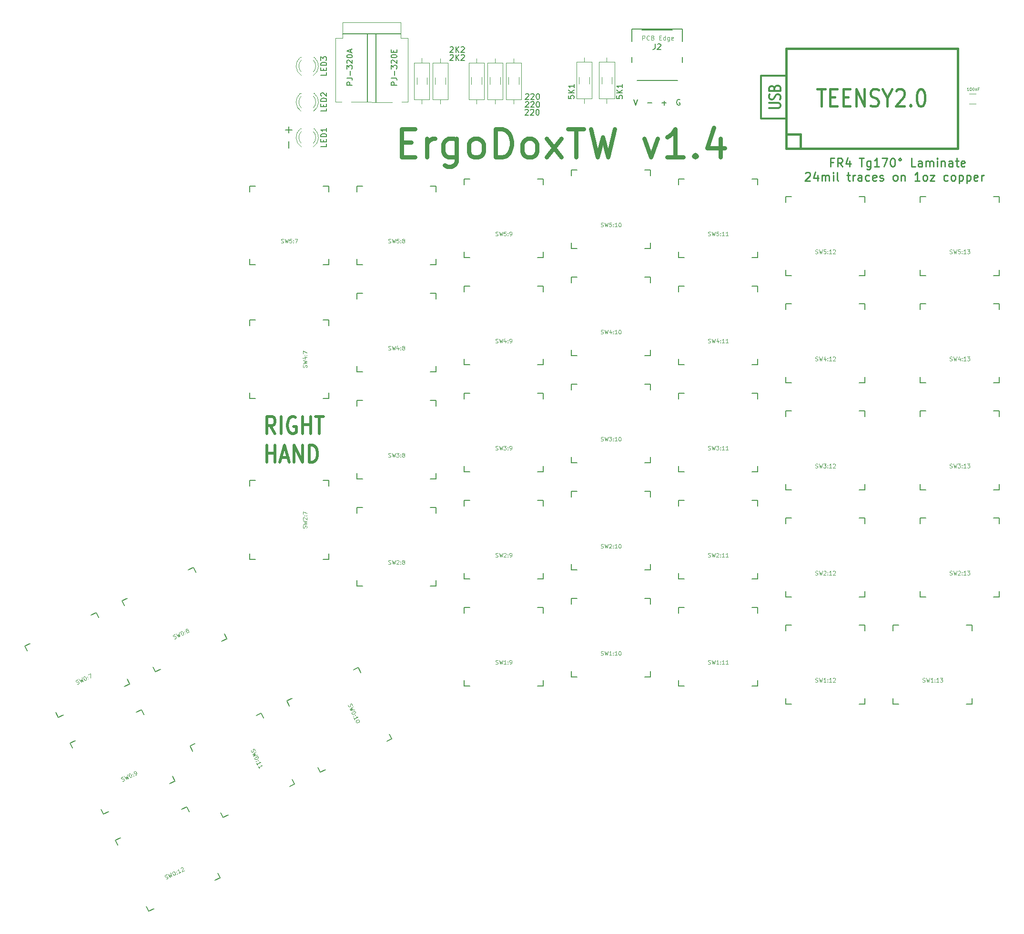
<source format=gbr>
G04 #@! TF.GenerationSoftware,KiCad,Pcbnew,(5.1.4)-1*
G04 #@! TF.CreationDate,2019-10-18T00:21:39+08:00*
G04 #@! TF.ProjectId,ErgoDoxTW,4572676f-446f-4785-9457-2e6b69636164,rev?*
G04 #@! TF.SameCoordinates,PX15feaa0PYb4cd8c0*
G04 #@! TF.FileFunction,Legend,Top*
G04 #@! TF.FilePolarity,Positive*
%FSLAX46Y46*%
G04 Gerber Fmt 4.6, Leading zero omitted, Abs format (unit mm)*
G04 Created by KiCad (PCBNEW (5.1.4)-1) date 2019-10-18 00:21:39*
%MOMM*%
%LPD*%
G04 APERTURE LIST*
%ADD10C,0.304800*%
%ADD11C,0.750000*%
%ADD12C,0.250000*%
%ADD13C,0.150000*%
%ADD14C,0.508000*%
%ADD15C,0.120000*%
%ADD16C,0.381000*%
%ADD17C,0.457200*%
%ADD18C,0.100000*%
G04 APERTURE END LIST*
D10*
X134364418Y145557121D02*
X136009370Y145557121D01*
X136202894Y145629692D01*
X136299656Y145702263D01*
X136396418Y145847406D01*
X136396418Y146137692D01*
X136299656Y146282835D01*
X136202894Y146355406D01*
X136009370Y146427978D01*
X134364418Y146427978D01*
X136299656Y147081121D02*
X136396418Y147298835D01*
X136396418Y147661692D01*
X136299656Y147806835D01*
X136202894Y147879406D01*
X136009370Y147951978D01*
X135815846Y147951978D01*
X135622322Y147879406D01*
X135525560Y147806835D01*
X135428799Y147661692D01*
X135332037Y147371406D01*
X135235275Y147226263D01*
X135138513Y147153692D01*
X134944989Y147081121D01*
X134751465Y147081121D01*
X134557941Y147153692D01*
X134461180Y147226263D01*
X134364418Y147371406D01*
X134364418Y147734263D01*
X134461180Y147951978D01*
X135332037Y149113121D02*
X135428799Y149330835D01*
X135525560Y149403406D01*
X135719084Y149475978D01*
X136009370Y149475978D01*
X136202894Y149403406D01*
X136299656Y149330835D01*
X136396418Y149185692D01*
X136396418Y148605121D01*
X134364418Y148605121D01*
X134364418Y149113121D01*
X134461180Y149258263D01*
X134557941Y149330835D01*
X134751465Y149403406D01*
X134944989Y149403406D01*
X135138513Y149330835D01*
X135235275Y149258263D01*
X135332037Y149113121D01*
X135332037Y148605121D01*
D11*
X69092597Y139391882D02*
X70759263Y139391882D01*
X71473549Y136772835D02*
X69092597Y136772835D01*
X69092597Y141772835D01*
X71473549Y141772835D01*
X73616406Y136772835D02*
X73616406Y140106168D01*
X73616406Y139153787D02*
X73854501Y139629978D01*
X74092597Y139868073D01*
X74568787Y140106168D01*
X75044978Y140106168D01*
X78854501Y140106168D02*
X78854501Y136058549D01*
X78616406Y135582359D01*
X78378311Y135344263D01*
X77902120Y135106168D01*
X77187835Y135106168D01*
X76711644Y135344263D01*
X78854501Y137010930D02*
X78378311Y136772835D01*
X77425930Y136772835D01*
X76949739Y137010930D01*
X76711644Y137249025D01*
X76473549Y137725216D01*
X76473549Y139153787D01*
X76711644Y139629978D01*
X76949739Y139868073D01*
X77425930Y140106168D01*
X78378311Y140106168D01*
X78854501Y139868073D01*
X81949739Y136772835D02*
X81473549Y137010930D01*
X81235454Y137249025D01*
X80997358Y137725216D01*
X80997358Y139153787D01*
X81235454Y139629978D01*
X81473549Y139868073D01*
X81949739Y140106168D01*
X82664025Y140106168D01*
X83140216Y139868073D01*
X83378311Y139629978D01*
X83616406Y139153787D01*
X83616406Y137725216D01*
X83378311Y137249025D01*
X83140216Y137010930D01*
X82664025Y136772835D01*
X81949739Y136772835D01*
X85759263Y136772835D02*
X85759263Y141772835D01*
X86949739Y141772835D01*
X87664025Y141534739D01*
X88140216Y141058549D01*
X88378311Y140582359D01*
X88616406Y139629978D01*
X88616406Y138915692D01*
X88378311Y137963311D01*
X88140216Y137487120D01*
X87664025Y137010930D01*
X86949739Y136772835D01*
X85759263Y136772835D01*
X91473549Y136772835D02*
X90997358Y137010930D01*
X90759263Y137249025D01*
X90521168Y137725216D01*
X90521168Y139153787D01*
X90759263Y139629978D01*
X90997358Y139868073D01*
X91473549Y140106168D01*
X92187835Y140106168D01*
X92664025Y139868073D01*
X92902120Y139629978D01*
X93140216Y139153787D01*
X93140216Y137725216D01*
X92902120Y137249025D01*
X92664025Y137010930D01*
X92187835Y136772835D01*
X91473549Y136772835D01*
X94806882Y136772835D02*
X97425930Y140106168D01*
X94806882Y140106168D02*
X97425930Y136772835D01*
X98616406Y141772835D02*
X101473549Y141772835D01*
X100044978Y136772835D02*
X100044978Y141772835D01*
X102664025Y141772835D02*
X103854501Y136772835D01*
X104806882Y140344263D01*
X105759263Y136772835D01*
X106949739Y141772835D01*
X112187835Y140106168D02*
X113378311Y136772835D01*
X114568787Y140106168D01*
X119092597Y136772835D02*
X116235454Y136772835D01*
X117664025Y136772835D02*
X117664025Y141772835D01*
X117187835Y141058549D01*
X116711644Y140582359D01*
X116235454Y140344263D01*
X121235454Y137249025D02*
X121473549Y137010930D01*
X121235454Y136772835D01*
X120997358Y137010930D01*
X121235454Y137249025D01*
X121235454Y136772835D01*
X125759263Y140106168D02*
X125759263Y136772835D01*
X124568787Y142010930D02*
X123378311Y138439501D01*
X126473549Y138439501D01*
D12*
X145757988Y135894804D02*
X145257988Y135894804D01*
X145257988Y135109090D02*
X145257988Y136609090D01*
X145972274Y136609090D01*
X147400845Y135109090D02*
X146900845Y135823376D01*
X146543702Y135109090D02*
X146543702Y136609090D01*
X147115131Y136609090D01*
X147257988Y136537661D01*
X147329417Y136466233D01*
X147400845Y136323376D01*
X147400845Y136109090D01*
X147329417Y135966233D01*
X147257988Y135894804D01*
X147115131Y135823376D01*
X146543702Y135823376D01*
X148686560Y136109090D02*
X148686560Y135109090D01*
X148329417Y136680519D02*
X147972274Y135609090D01*
X148900845Y135609090D01*
X150400845Y136609090D02*
X151257988Y136609090D01*
X150829417Y135109090D02*
X150829417Y136609090D01*
X152400845Y136109090D02*
X152400845Y134894804D01*
X152329417Y134751947D01*
X152257988Y134680519D01*
X152115131Y134609090D01*
X151900845Y134609090D01*
X151757988Y134680519D01*
X152400845Y135180519D02*
X152257988Y135109090D01*
X151972274Y135109090D01*
X151829417Y135180519D01*
X151757988Y135251947D01*
X151686560Y135394804D01*
X151686560Y135823376D01*
X151757988Y135966233D01*
X151829417Y136037661D01*
X151972274Y136109090D01*
X152257988Y136109090D01*
X152400845Y136037661D01*
X153900845Y135109090D02*
X153043702Y135109090D01*
X153472274Y135109090D02*
X153472274Y136609090D01*
X153329417Y136394804D01*
X153186560Y136251947D01*
X153043702Y136180519D01*
X154400845Y136609090D02*
X155400845Y136609090D01*
X154757988Y135109090D01*
X156257988Y136609090D02*
X156400845Y136609090D01*
X156543702Y136537661D01*
X156615131Y136466233D01*
X156686560Y136323376D01*
X156757988Y136037661D01*
X156757988Y135680519D01*
X156686560Y135394804D01*
X156615131Y135251947D01*
X156543702Y135180519D01*
X156400845Y135109090D01*
X156257988Y135109090D01*
X156115131Y135180519D01*
X156043702Y135251947D01*
X155972274Y135394804D01*
X155900845Y135680519D01*
X155900845Y136037661D01*
X155972274Y136323376D01*
X156043702Y136466233D01*
X156115131Y136537661D01*
X156257988Y136609090D01*
X157615131Y136609090D02*
X157472274Y136537661D01*
X157400845Y136394804D01*
X157472274Y136251947D01*
X157615131Y136180519D01*
X157757988Y136251947D01*
X157829417Y136394804D01*
X157757988Y136537661D01*
X157615131Y136609090D01*
X160400845Y135109090D02*
X159686560Y135109090D01*
X159686560Y136609090D01*
X161543702Y135109090D02*
X161543702Y135894804D01*
X161472274Y136037661D01*
X161329417Y136109090D01*
X161043702Y136109090D01*
X160900845Y136037661D01*
X161543702Y135180519D02*
X161400845Y135109090D01*
X161043702Y135109090D01*
X160900845Y135180519D01*
X160829417Y135323376D01*
X160829417Y135466233D01*
X160900845Y135609090D01*
X161043702Y135680519D01*
X161400845Y135680519D01*
X161543702Y135751947D01*
X162257988Y135109090D02*
X162257988Y136109090D01*
X162257988Y135966233D02*
X162329417Y136037661D01*
X162472274Y136109090D01*
X162686560Y136109090D01*
X162829417Y136037661D01*
X162900845Y135894804D01*
X162900845Y135109090D01*
X162900845Y135894804D02*
X162972274Y136037661D01*
X163115131Y136109090D01*
X163329417Y136109090D01*
X163472274Y136037661D01*
X163543702Y135894804D01*
X163543702Y135109090D01*
X164257988Y135109090D02*
X164257988Y136109090D01*
X164257988Y136609090D02*
X164186560Y136537661D01*
X164257988Y136466233D01*
X164329417Y136537661D01*
X164257988Y136609090D01*
X164257988Y136466233D01*
X164972274Y136109090D02*
X164972274Y135109090D01*
X164972274Y135966233D02*
X165043702Y136037661D01*
X165186560Y136109090D01*
X165400845Y136109090D01*
X165543702Y136037661D01*
X165615131Y135894804D01*
X165615131Y135109090D01*
X166972274Y135109090D02*
X166972274Y135894804D01*
X166900845Y136037661D01*
X166757988Y136109090D01*
X166472274Y136109090D01*
X166329417Y136037661D01*
X166972274Y135180519D02*
X166829417Y135109090D01*
X166472274Y135109090D01*
X166329417Y135180519D01*
X166257988Y135323376D01*
X166257988Y135466233D01*
X166329417Y135609090D01*
X166472274Y135680519D01*
X166829417Y135680519D01*
X166972274Y135751947D01*
X167472274Y136109090D02*
X168043702Y136109090D01*
X167686560Y136609090D02*
X167686560Y135323376D01*
X167757988Y135180519D01*
X167900845Y135109090D01*
X168043702Y135109090D01*
X169115131Y135180519D02*
X168972274Y135109090D01*
X168686560Y135109090D01*
X168543702Y135180519D01*
X168472274Y135323376D01*
X168472274Y135894804D01*
X168543702Y136037661D01*
X168686560Y136109090D01*
X168972274Y136109090D01*
X169115131Y136037661D01*
X169186560Y135894804D01*
X169186560Y135751947D01*
X168472274Y135609090D01*
X140829417Y133966233D02*
X140900845Y134037661D01*
X141043702Y134109090D01*
X141400845Y134109090D01*
X141543702Y134037661D01*
X141615131Y133966233D01*
X141686560Y133823376D01*
X141686560Y133680519D01*
X141615131Y133466233D01*
X140757988Y132609090D01*
X141686560Y132609090D01*
X142972274Y133609090D02*
X142972274Y132609090D01*
X142615131Y134180519D02*
X142257988Y133109090D01*
X143186560Y133109090D01*
X143757988Y132609090D02*
X143757988Y133609090D01*
X143757988Y133466233D02*
X143829417Y133537661D01*
X143972274Y133609090D01*
X144186560Y133609090D01*
X144329417Y133537661D01*
X144400845Y133394804D01*
X144400845Y132609090D01*
X144400845Y133394804D02*
X144472274Y133537661D01*
X144615131Y133609090D01*
X144829417Y133609090D01*
X144972274Y133537661D01*
X145043702Y133394804D01*
X145043702Y132609090D01*
X145757988Y132609090D02*
X145757988Y133609090D01*
X145757988Y134109090D02*
X145686560Y134037661D01*
X145757988Y133966233D01*
X145829417Y134037661D01*
X145757988Y134109090D01*
X145757988Y133966233D01*
X146686560Y132609090D02*
X146543702Y132680519D01*
X146472274Y132823376D01*
X146472274Y134109090D01*
X148186560Y133609090D02*
X148757988Y133609090D01*
X148400845Y134109090D02*
X148400845Y132823376D01*
X148472274Y132680519D01*
X148615131Y132609090D01*
X148757988Y132609090D01*
X149257988Y132609090D02*
X149257988Y133609090D01*
X149257988Y133323376D02*
X149329417Y133466233D01*
X149400845Y133537661D01*
X149543702Y133609090D01*
X149686560Y133609090D01*
X150829417Y132609090D02*
X150829417Y133394804D01*
X150757988Y133537661D01*
X150615131Y133609090D01*
X150329417Y133609090D01*
X150186560Y133537661D01*
X150829417Y132680519D02*
X150686560Y132609090D01*
X150329417Y132609090D01*
X150186560Y132680519D01*
X150115131Y132823376D01*
X150115131Y132966233D01*
X150186560Y133109090D01*
X150329417Y133180519D01*
X150686560Y133180519D01*
X150829417Y133251947D01*
X152186560Y132680519D02*
X152043702Y132609090D01*
X151757988Y132609090D01*
X151615131Y132680519D01*
X151543702Y132751947D01*
X151472274Y132894804D01*
X151472274Y133323376D01*
X151543702Y133466233D01*
X151615131Y133537661D01*
X151757988Y133609090D01*
X152043702Y133609090D01*
X152186560Y133537661D01*
X153400845Y132680519D02*
X153257988Y132609090D01*
X152972274Y132609090D01*
X152829417Y132680519D01*
X152757988Y132823376D01*
X152757988Y133394804D01*
X152829417Y133537661D01*
X152972274Y133609090D01*
X153257988Y133609090D01*
X153400845Y133537661D01*
X153472274Y133394804D01*
X153472274Y133251947D01*
X152757988Y133109090D01*
X154043702Y132680519D02*
X154186560Y132609090D01*
X154472274Y132609090D01*
X154615131Y132680519D01*
X154686560Y132823376D01*
X154686560Y132894804D01*
X154615131Y133037661D01*
X154472274Y133109090D01*
X154257988Y133109090D01*
X154115131Y133180519D01*
X154043702Y133323376D01*
X154043702Y133394804D01*
X154115131Y133537661D01*
X154257988Y133609090D01*
X154472274Y133609090D01*
X154615131Y133537661D01*
X156686560Y132609090D02*
X156543702Y132680519D01*
X156472274Y132751947D01*
X156400845Y132894804D01*
X156400845Y133323376D01*
X156472274Y133466233D01*
X156543702Y133537661D01*
X156686560Y133609090D01*
X156900845Y133609090D01*
X157043702Y133537661D01*
X157115131Y133466233D01*
X157186560Y133323376D01*
X157186560Y132894804D01*
X157115131Y132751947D01*
X157043702Y132680519D01*
X156900845Y132609090D01*
X156686560Y132609090D01*
X157829417Y133609090D02*
X157829417Y132609090D01*
X157829417Y133466233D02*
X157900845Y133537661D01*
X158043702Y133609090D01*
X158257988Y133609090D01*
X158400845Y133537661D01*
X158472274Y133394804D01*
X158472274Y132609090D01*
X161115131Y132609090D02*
X160257988Y132609090D01*
X160686560Y132609090D02*
X160686560Y134109090D01*
X160543702Y133894804D01*
X160400845Y133751947D01*
X160257988Y133680519D01*
X161972274Y132609090D02*
X161829417Y132680519D01*
X161757988Y132751947D01*
X161686560Y132894804D01*
X161686560Y133323376D01*
X161757988Y133466233D01*
X161829417Y133537661D01*
X161972274Y133609090D01*
X162186560Y133609090D01*
X162329417Y133537661D01*
X162400845Y133466233D01*
X162472274Y133323376D01*
X162472274Y132894804D01*
X162400845Y132751947D01*
X162329417Y132680519D01*
X162186560Y132609090D01*
X161972274Y132609090D01*
X162972274Y133609090D02*
X163757988Y133609090D01*
X162972274Y132609090D01*
X163757988Y132609090D01*
X166115131Y132680519D02*
X165972274Y132609090D01*
X165686560Y132609090D01*
X165543702Y132680519D01*
X165472274Y132751947D01*
X165400845Y132894804D01*
X165400845Y133323376D01*
X165472274Y133466233D01*
X165543702Y133537661D01*
X165686560Y133609090D01*
X165972274Y133609090D01*
X166115131Y133537661D01*
X166972274Y132609090D02*
X166829417Y132680519D01*
X166757988Y132751947D01*
X166686560Y132894804D01*
X166686560Y133323376D01*
X166757988Y133466233D01*
X166829417Y133537661D01*
X166972274Y133609090D01*
X167186560Y133609090D01*
X167329417Y133537661D01*
X167400845Y133466233D01*
X167472274Y133323376D01*
X167472274Y132894804D01*
X167400845Y132751947D01*
X167329417Y132680519D01*
X167186560Y132609090D01*
X166972274Y132609090D01*
X168115131Y133609090D02*
X168115131Y132109090D01*
X168115131Y133537661D02*
X168257988Y133609090D01*
X168543702Y133609090D01*
X168686560Y133537661D01*
X168757988Y133466233D01*
X168829417Y133323376D01*
X168829417Y132894804D01*
X168757988Y132751947D01*
X168686560Y132680519D01*
X168543702Y132609090D01*
X168257988Y132609090D01*
X168115131Y132680519D01*
X169472274Y133609090D02*
X169472274Y132109090D01*
X169472274Y133537661D02*
X169615131Y133609090D01*
X169900845Y133609090D01*
X170043702Y133537661D01*
X170115131Y133466233D01*
X170186560Y133323376D01*
X170186560Y132894804D01*
X170115131Y132751947D01*
X170043702Y132680519D01*
X169900845Y132609090D01*
X169615131Y132609090D01*
X169472274Y132680519D01*
X171400845Y132680519D02*
X171257988Y132609090D01*
X170972274Y132609090D01*
X170829417Y132680519D01*
X170757988Y132823376D01*
X170757988Y133394804D01*
X170829417Y133537661D01*
X170972274Y133609090D01*
X171257988Y133609090D01*
X171400845Y133537661D01*
X171472274Y133394804D01*
X171472274Y133251947D01*
X170757988Y133109090D01*
X172115131Y132609090D02*
X172115131Y133609090D01*
X172115131Y133323376D02*
X172186560Y133466233D01*
X172257988Y133537661D01*
X172400845Y133609090D01*
X172543702Y133609090D01*
D13*
X49579328Y141662921D02*
X48418185Y141662921D01*
X48998757Y142243492D02*
X48998757Y141082349D01*
X49016898Y139594635D02*
X49016898Y138433492D01*
D10*
X132937180Y151290263D02*
X137382181Y151290263D01*
X132937180Y143670262D02*
X132937180Y151290263D01*
X137382181Y143670263D02*
X132937180Y143670262D01*
D14*
X46604670Y87598764D02*
X45758003Y89050193D01*
X45153241Y87598764D02*
X45153241Y90646764D01*
X46120860Y90646764D01*
X46362765Y90501621D01*
X46483718Y90356479D01*
X46604670Y90066193D01*
X46604670Y89630764D01*
X46483718Y89340479D01*
X46362765Y89195336D01*
X46120860Y89050193D01*
X45153241Y89050193D01*
X47693241Y87598764D02*
X47693241Y90646764D01*
X50233241Y90501621D02*
X49991337Y90646764D01*
X49628480Y90646764D01*
X49265622Y90501621D01*
X49023718Y90211336D01*
X48902765Y89921050D01*
X48781813Y89340479D01*
X48781813Y88905050D01*
X48902765Y88324479D01*
X49023718Y88034193D01*
X49265622Y87743907D01*
X49628480Y87598764D01*
X49870384Y87598764D01*
X50233241Y87743907D01*
X50354194Y87889050D01*
X50354194Y88905050D01*
X49870384Y88905050D01*
X51442765Y87598764D02*
X51442765Y90646764D01*
X51442765Y89195336D02*
X52894194Y89195336D01*
X52894194Y87598764D02*
X52894194Y90646764D01*
X53740860Y90646764D02*
X55192289Y90646764D01*
X54466575Y87598764D02*
X54466575Y90646764D01*
X45153241Y82518764D02*
X45153241Y85566764D01*
X45153241Y84115336D02*
X46604670Y84115336D01*
X46604670Y82518764D02*
X46604670Y85566764D01*
X47693241Y83389621D02*
X48902765Y83389621D01*
X47451337Y82518764D02*
X48298003Y85566764D01*
X49144670Y82518764D01*
X49991337Y82518764D02*
X49991337Y85566764D01*
X51442765Y82518764D01*
X51442765Y85566764D01*
X52652289Y82518764D02*
X52652289Y85566764D01*
X53257051Y85566764D01*
X53619908Y85421621D01*
X53861813Y85131336D01*
X53982765Y84841050D01*
X54103718Y84260479D01*
X54103718Y83825050D01*
X53982765Y83244479D01*
X53861813Y82954193D01*
X53619908Y82663907D01*
X53257051Y82518764D01*
X52652289Y82518764D01*
D15*
X58560708Y157983921D02*
X58560708Y160783921D01*
X68960708Y157983921D02*
X68960708Y160783921D01*
X70160708Y157983921D02*
X70160708Y146583921D01*
X68960708Y157983921D02*
X70160708Y157983921D01*
X70160708Y146583921D02*
X69113248Y146583921D01*
X60113248Y146583921D02*
X67413248Y146580801D01*
D13*
X68944848Y158696601D02*
X58581648Y158696601D01*
X64513248Y158696601D02*
X64513248Y146606201D01*
X63013188Y158696601D02*
X63013188Y146606201D01*
D15*
X57360708Y146583921D02*
X58413248Y146583921D01*
X58560708Y157983921D02*
X57360708Y157983921D01*
X58560708Y160783921D02*
X68960708Y160783921D01*
X57360708Y157983921D02*
X57360708Y146583921D01*
X72671482Y154372608D02*
X72671482Y153602608D01*
X72671482Y146292608D02*
X72671482Y147062608D01*
X71301482Y153602608D02*
X71301482Y147062608D01*
X74041482Y153602608D02*
X71301482Y153602608D01*
X74041482Y147062608D02*
X74041482Y153602608D01*
X71301482Y147062608D02*
X74041482Y147062608D01*
D16*
X137382620Y156107196D02*
X137382620Y138327196D01*
X137382620Y138327196D02*
X167862620Y138327196D01*
X167862620Y138327196D02*
X167862620Y156107196D01*
X167862620Y156107196D02*
X137382620Y156107196D01*
X137382620Y140867196D02*
X139922620Y140867196D01*
X139922620Y140867196D02*
X139922620Y138327196D01*
D13*
X111721409Y159382201D02*
X117171409Y159382201D01*
X109956409Y159612201D02*
X109956409Y157412201D01*
X118096409Y150412201D02*
X110936409Y150412201D01*
X109956409Y154542201D02*
X109956409Y153632201D01*
X118996409Y159612201D02*
X109956409Y159612201D01*
X118996409Y154542201D02*
X118996409Y153632201D01*
X118996409Y159612201D02*
X118996409Y157412201D01*
X61166993Y130662065D02*
X61166993Y131662065D01*
X61166993Y131662065D02*
X62166993Y131662065D01*
X62166993Y117662065D02*
X61166993Y117662065D01*
X61166993Y117662065D02*
X61166993Y118662065D01*
X75166993Y118662065D02*
X75166993Y117662065D01*
X75166993Y117662065D02*
X74166993Y117662065D01*
X74166993Y131662065D02*
X75166993Y131662065D01*
X75166993Y131662065D02*
X75166993Y130662065D01*
X10595579Y31708731D02*
X10172961Y32615039D01*
X10172961Y32615039D02*
X11079268Y33037657D01*
X16995924Y20349348D02*
X16089616Y19926730D01*
X16089616Y19926730D02*
X15666998Y20833037D01*
X28355307Y26749693D02*
X28777925Y25843385D01*
X28777925Y25843385D02*
X27871618Y25420767D01*
X21954962Y38109076D02*
X22861270Y38531694D01*
X22861270Y38531694D02*
X23283888Y37625387D01*
X161247006Y128756577D02*
X161247006Y129756577D01*
X161247006Y129756577D02*
X162247006Y129756577D01*
X162247006Y115756577D02*
X161247006Y115756577D01*
X161247006Y115756577D02*
X161247006Y116756577D01*
X175247006Y116756577D02*
X175247006Y115756577D01*
X175247006Y115756577D02*
X174247006Y115756577D01*
X174247006Y129756577D02*
X175247006Y129756577D01*
X175247006Y129756577D02*
X175247006Y128756577D01*
X137367208Y128757638D02*
X137367208Y129757638D01*
X137367208Y129757638D02*
X138367208Y129757638D01*
X138367208Y115757638D02*
X137367208Y115757638D01*
X137367208Y115757638D02*
X137367208Y116757638D01*
X151367208Y116757638D02*
X151367208Y115757638D01*
X151367208Y115757638D02*
X150367208Y115757638D01*
X150367208Y129757638D02*
X151367208Y129757638D01*
X151367208Y129757638D02*
X151367208Y128757638D01*
X118316852Y131934230D02*
X118316852Y132934230D01*
X118316852Y132934230D02*
X119316852Y132934230D01*
X119316852Y118934230D02*
X118316852Y118934230D01*
X118316852Y118934230D02*
X118316852Y119934230D01*
X132316852Y119934230D02*
X132316852Y118934230D01*
X132316852Y118934230D02*
X131316852Y118934230D01*
X131316852Y132934230D02*
X132316852Y132934230D01*
X132316852Y132934230D02*
X132316852Y131934230D01*
X99267661Y133532434D02*
X99267661Y134532434D01*
X99267661Y134532434D02*
X100267661Y134532434D01*
X100267661Y120532434D02*
X99267661Y120532434D01*
X99267661Y120532434D02*
X99267661Y121532434D01*
X113267661Y121532434D02*
X113267661Y120532434D01*
X113267661Y120532434D02*
X112267661Y120532434D01*
X112267661Y134532434D02*
X113267661Y134532434D01*
X113267661Y134532434D02*
X113267661Y133532434D01*
X80217043Y131934590D02*
X80217043Y132934590D01*
X80217043Y132934590D02*
X81217043Y132934590D01*
X81217043Y118934590D02*
X80217043Y118934590D01*
X80217043Y118934590D02*
X80217043Y119934590D01*
X94217043Y119934590D02*
X94217043Y118934590D01*
X94217043Y118934590D02*
X93217043Y118934590D01*
X93217043Y132934590D02*
X94217043Y132934590D01*
X94217043Y132934590D02*
X94217043Y131934590D01*
X42117133Y130662155D02*
X42117133Y131662155D01*
X42117133Y131662155D02*
X43117133Y131662155D01*
X43117133Y117662155D02*
X42117133Y117662155D01*
X42117133Y117662155D02*
X42117133Y118662155D01*
X56117133Y118662155D02*
X56117133Y117662155D01*
X56117133Y117662155D02*
X55117133Y117662155D01*
X55117133Y131662155D02*
X56117133Y131662155D01*
X56117133Y131662155D02*
X56117133Y130662155D01*
X161247371Y109710238D02*
X161247371Y110710238D01*
X161247371Y110710238D02*
X162247371Y110710238D01*
X162247371Y96710238D02*
X161247371Y96710238D01*
X161247371Y96710238D02*
X161247371Y97710238D01*
X175247371Y97710238D02*
X175247371Y96710238D01*
X175247371Y96710238D02*
X174247371Y96710238D01*
X174247371Y110710238D02*
X175247371Y110710238D01*
X175247371Y110710238D02*
X175247371Y109710238D01*
X137367089Y109709968D02*
X137367089Y110709968D01*
X137367089Y110709968D02*
X138367089Y110709968D01*
X138367089Y96709968D02*
X137367089Y96709968D01*
X137367089Y96709968D02*
X137367089Y97709968D01*
X151367089Y97709968D02*
X151367089Y96709968D01*
X151367089Y96709968D02*
X150367089Y96709968D01*
X150367089Y110709968D02*
X151367089Y110709968D01*
X151367089Y110709968D02*
X151367089Y109709968D01*
X118317576Y112884749D02*
X118317576Y113884749D01*
X118317576Y113884749D02*
X119317576Y113884749D01*
X119317576Y99884749D02*
X118317576Y99884749D01*
X118317576Y99884749D02*
X118317576Y100884749D01*
X132317576Y100884749D02*
X132317576Y99884749D01*
X132317576Y99884749D02*
X131317576Y99884749D01*
X131317576Y113884749D02*
X132317576Y113884749D01*
X132317576Y113884749D02*
X132317576Y112884749D01*
X99267480Y114482531D02*
X99267480Y115482531D01*
X99267480Y115482531D02*
X100267480Y115482531D01*
X100267480Y101482531D02*
X99267480Y101482531D01*
X99267480Y101482531D02*
X99267480Y102482531D01*
X113267480Y102482531D02*
X113267480Y101482531D01*
X113267480Y101482531D02*
X112267480Y101482531D01*
X112267480Y115482531D02*
X113267480Y115482531D01*
X113267480Y115482531D02*
X113267480Y114482531D01*
X80216865Y112884686D02*
X80216865Y113884686D01*
X80216865Y113884686D02*
X81216865Y113884686D01*
X81216865Y99884686D02*
X80216865Y99884686D01*
X80216865Y99884686D02*
X80216865Y100884686D01*
X94216865Y100884686D02*
X94216865Y99884686D01*
X94216865Y99884686D02*
X93216865Y99884686D01*
X93216865Y113884686D02*
X94216865Y113884686D01*
X94216865Y113884686D02*
X94216865Y112884686D01*
X61166708Y111614760D02*
X61166708Y112614760D01*
X61166708Y112614760D02*
X62166708Y112614760D01*
X62166708Y98614760D02*
X61166708Y98614760D01*
X61166708Y98614760D02*
X61166708Y99614760D01*
X75166708Y99614760D02*
X75166708Y98614760D01*
X75166708Y98614760D02*
X74166708Y98614760D01*
X74166708Y112614760D02*
X75166708Y112614760D01*
X75166708Y112614760D02*
X75166708Y111614760D01*
X43116848Y93851679D02*
X42116848Y93851679D01*
X42116848Y93851679D02*
X42116848Y94851679D01*
X56116848Y94851679D02*
X56116848Y93851679D01*
X56116848Y93851679D02*
X55116848Y93851679D01*
X55116848Y107851679D02*
X56116848Y107851679D01*
X56116848Y107851679D02*
X56116848Y106851679D01*
X42116848Y106851679D02*
X42116848Y107851679D01*
X42116848Y107851679D02*
X43116848Y107851679D01*
X161247613Y90659427D02*
X161247613Y91659427D01*
X161247613Y91659427D02*
X162247613Y91659427D01*
X162247613Y77659427D02*
X161247613Y77659427D01*
X161247613Y77659427D02*
X161247613Y78659427D01*
X175247613Y78659427D02*
X175247613Y77659427D01*
X175247613Y77659427D02*
X174247613Y77659427D01*
X174247613Y91659427D02*
X175247613Y91659427D01*
X175247613Y91659427D02*
X175247613Y90659427D01*
X137367330Y90659159D02*
X137367330Y91659159D01*
X137367330Y91659159D02*
X138367330Y91659159D01*
X138367330Y77659159D02*
X137367330Y77659159D01*
X137367330Y77659159D02*
X137367330Y78659159D01*
X151367330Y78659159D02*
X151367330Y77659159D01*
X151367330Y77659159D02*
X150367330Y77659159D01*
X150367330Y91659159D02*
X151367330Y91659159D01*
X151367330Y91659159D02*
X151367330Y90659159D01*
X118317398Y93834847D02*
X118317398Y94834847D01*
X118317398Y94834847D02*
X119317398Y94834847D01*
X119317398Y80834847D02*
X118317398Y80834847D01*
X118317398Y80834847D02*
X118317398Y81834847D01*
X132317398Y81834847D02*
X132317398Y80834847D01*
X132317398Y80834847D02*
X131317398Y80834847D01*
X131317398Y94834847D02*
X132317398Y94834847D01*
X132317398Y94834847D02*
X132317398Y93834847D01*
X99267301Y95432627D02*
X99267301Y96432627D01*
X99267301Y96432627D02*
X100267301Y96432627D01*
X100267301Y82432627D02*
X99267301Y82432627D01*
X99267301Y82432627D02*
X99267301Y83432627D01*
X113267301Y83432627D02*
X113267301Y82432627D01*
X113267301Y82432627D02*
X112267301Y82432627D01*
X112267301Y96432627D02*
X113267301Y96432627D01*
X113267301Y96432627D02*
X113267301Y95432627D01*
X80217108Y93833876D02*
X80217108Y94833876D01*
X80217108Y94833876D02*
X81217108Y94833876D01*
X81217108Y80833876D02*
X80217108Y80833876D01*
X80217108Y80833876D02*
X80217108Y81833876D01*
X94217108Y81833876D02*
X94217108Y80833876D01*
X94217108Y80833876D02*
X93217108Y80833876D01*
X93217108Y94833876D02*
X94217108Y94833876D01*
X94217108Y94833876D02*
X94217108Y93833876D01*
X61166949Y92563950D02*
X61166949Y93563950D01*
X61166949Y93563950D02*
X62166949Y93563950D01*
X62166949Y79563950D02*
X61166949Y79563950D01*
X61166949Y79563950D02*
X61166949Y80563950D01*
X75166949Y80563950D02*
X75166949Y79563950D01*
X75166949Y79563950D02*
X74166949Y79563950D01*
X74166949Y93563950D02*
X75166949Y93563950D01*
X75166949Y93563950D02*
X75166949Y92563950D01*
X161247435Y71609525D02*
X161247435Y72609525D01*
X161247435Y72609525D02*
X162247435Y72609525D01*
X162247435Y58609525D02*
X161247435Y58609525D01*
X161247435Y58609525D02*
X161247435Y59609525D01*
X175247435Y59609525D02*
X175247435Y58609525D01*
X175247435Y58609525D02*
X174247435Y58609525D01*
X174247435Y72609525D02*
X175247435Y72609525D01*
X175247435Y72609525D02*
X175247435Y71609525D01*
X137367152Y71609256D02*
X137367152Y72609256D01*
X137367152Y72609256D02*
X138367152Y72609256D01*
X138367152Y58609256D02*
X137367152Y58609256D01*
X137367152Y58609256D02*
X137367152Y59609256D01*
X151367152Y59609256D02*
X151367152Y58609256D01*
X151367152Y58609256D02*
X150367152Y58609256D01*
X150367152Y72609256D02*
X151367152Y72609256D01*
X151367152Y72609256D02*
X151367152Y71609256D01*
X118317640Y74784036D02*
X118317640Y75784036D01*
X118317640Y75784036D02*
X119317640Y75784036D01*
X119317640Y61784036D02*
X118317640Y61784036D01*
X118317640Y61784036D02*
X118317640Y62784036D01*
X132317640Y62784036D02*
X132317640Y61784036D01*
X132317640Y61784036D02*
X131317640Y61784036D01*
X131317640Y75784036D02*
X132317640Y75784036D01*
X132317640Y75784036D02*
X132317640Y74784036D01*
X99267121Y76382724D02*
X99267121Y77382724D01*
X99267121Y77382724D02*
X100267121Y77382724D01*
X100267121Y63382724D02*
X99267121Y63382724D01*
X99267121Y63382724D02*
X99267121Y64382724D01*
X113267121Y64382724D02*
X113267121Y63382724D01*
X113267121Y63382724D02*
X112267121Y63382724D01*
X112267121Y77382724D02*
X113267121Y77382724D01*
X113267121Y77382724D02*
X113267121Y76382724D01*
X80216928Y74783974D02*
X80216928Y75783974D01*
X80216928Y75783974D02*
X81216928Y75783974D01*
X81216928Y61783974D02*
X80216928Y61783974D01*
X80216928Y61783974D02*
X80216928Y62783974D01*
X94216928Y62783974D02*
X94216928Y61783974D01*
X94216928Y61783974D02*
X93216928Y61783974D01*
X93216928Y75783974D02*
X94216928Y75783974D01*
X94216928Y75783974D02*
X94216928Y74783974D01*
X61166771Y73514046D02*
X61166771Y74514046D01*
X61166771Y74514046D02*
X62166771Y74514046D01*
X62166771Y60514046D02*
X61166771Y60514046D01*
X61166771Y60514046D02*
X61166771Y61514046D01*
X75166771Y61514046D02*
X75166771Y60514046D01*
X75166771Y60514046D02*
X74166771Y60514046D01*
X74166771Y74514046D02*
X75166771Y74514046D01*
X75166771Y74514046D02*
X75166771Y73514046D01*
X43117093Y65277615D02*
X42117093Y65277615D01*
X42117093Y65277615D02*
X42117093Y66277615D01*
X56117093Y66277615D02*
X56117093Y65277615D01*
X56117093Y65277615D02*
X55117093Y65277615D01*
X55117093Y79277615D02*
X56117093Y79277615D01*
X56117093Y79277615D02*
X56117093Y78277615D01*
X42117093Y78277615D02*
X42117093Y79277615D01*
X42117093Y79277615D02*
X43117093Y79277615D01*
X156416876Y52559173D02*
X156416876Y53559173D01*
X156416876Y53559173D02*
X157416876Y53559173D01*
X157416876Y39559173D02*
X156416876Y39559173D01*
X156416876Y39559173D02*
X156416876Y40559173D01*
X170416876Y40559173D02*
X170416876Y39559173D01*
X170416876Y39559173D02*
X169416876Y39559173D01*
X169416876Y53559173D02*
X170416876Y53559173D01*
X170416876Y53559173D02*
X170416876Y52559173D01*
X137366973Y52559352D02*
X137366973Y53559352D01*
X137366973Y53559352D02*
X138366973Y53559352D01*
X138366973Y39559352D02*
X137366973Y39559352D01*
X137366973Y39559352D02*
X137366973Y40559352D01*
X151366973Y40559352D02*
X151366973Y39559352D01*
X151366973Y39559352D02*
X150366973Y39559352D01*
X150366973Y53559352D02*
X151366973Y53559352D01*
X151366973Y53559352D02*
X151366973Y52559352D01*
X118317462Y55734132D02*
X118317462Y56734132D01*
X118317462Y56734132D02*
X119317462Y56734132D01*
X119317462Y42734132D02*
X118317462Y42734132D01*
X118317462Y42734132D02*
X118317462Y43734132D01*
X132317462Y43734132D02*
X132317462Y42734132D01*
X132317462Y42734132D02*
X131317462Y42734132D01*
X131317462Y56734132D02*
X132317462Y56734132D01*
X132317462Y56734132D02*
X132317462Y55734132D01*
X99267365Y57331913D02*
X99267365Y58331913D01*
X99267365Y58331913D02*
X100267365Y58331913D01*
X100267365Y44331913D02*
X99267365Y44331913D01*
X99267365Y44331913D02*
X99267365Y45331913D01*
X113267365Y45331913D02*
X113267365Y44331913D01*
X113267365Y44331913D02*
X112267365Y44331913D01*
X112267365Y58331913D02*
X113267365Y58331913D01*
X113267365Y58331913D02*
X113267365Y57331913D01*
X80217654Y55734493D02*
X80217654Y56734493D01*
X80217654Y56734493D02*
X81217654Y56734493D01*
X81217654Y42734493D02*
X80217654Y42734493D01*
X80217654Y42734493D02*
X80217654Y43734493D01*
X94217654Y43734493D02*
X94217654Y42734493D01*
X94217654Y42734493D02*
X93217654Y42734493D01*
X93217654Y56734493D02*
X94217654Y56734493D01*
X94217654Y56734493D02*
X94217654Y55734493D01*
X18647393Y14441796D02*
X18224775Y15348104D01*
X18224775Y15348104D02*
X19131082Y15770722D01*
X25047738Y3082413D02*
X24141430Y2659795D01*
X24141430Y2659795D02*
X23718812Y3566102D01*
X36407121Y9482758D02*
X36829739Y8576450D01*
X36829739Y8576450D02*
X35923432Y8153832D01*
X30006776Y20842141D02*
X30913084Y21264759D01*
X30913084Y21264759D02*
X31335702Y20358452D01*
X38286284Y19765323D02*
X37379976Y19342705D01*
X37379976Y19342705D02*
X36957358Y20249012D01*
X49645667Y26165668D02*
X50068285Y25259360D01*
X50068285Y25259360D02*
X49161978Y24836742D01*
X43245322Y37525051D02*
X44151630Y37947669D01*
X44151630Y37947669D02*
X44574248Y37041362D01*
X31885939Y31124706D02*
X31463321Y32031014D01*
X31463321Y32031014D02*
X32369628Y32453632D01*
X55550329Y27817888D02*
X54644021Y27395270D01*
X54644021Y27395270D02*
X54221403Y28301577D01*
X66909712Y34218233D02*
X67332330Y33311925D01*
X67332330Y33311925D02*
X66426023Y32889307D01*
X60509367Y45577616D02*
X61415675Y46000234D01*
X61415675Y46000234D02*
X61838293Y45093927D01*
X49149984Y39177271D02*
X48727366Y40083579D01*
X48727366Y40083579D02*
X49633673Y40506197D01*
X19810618Y57022916D02*
X19388000Y57929224D01*
X19388000Y57929224D02*
X20294307Y58351842D01*
X26210963Y45663533D02*
X25304655Y45240915D01*
X25304655Y45240915D02*
X24882037Y46147222D01*
X37570346Y52063878D02*
X37992964Y51157570D01*
X37992964Y51157570D02*
X37086657Y50734952D01*
X31170001Y63423261D02*
X32076309Y63845879D01*
X32076309Y63845879D02*
X32498927Y62939572D01*
X2546362Y48972462D02*
X2123744Y49878770D01*
X2123744Y49878770D02*
X3030051Y50301388D01*
X8946707Y37613079D02*
X8040399Y37190461D01*
X8040399Y37190461D02*
X7617781Y38096768D01*
X20306090Y44013424D02*
X20728708Y43107116D01*
X20728708Y43107116D02*
X19822401Y42684498D01*
X13905745Y55372807D02*
X14812053Y55795425D01*
X14812053Y55795425D02*
X15234671Y54889118D01*
D15*
X75957759Y154366164D02*
X75957759Y153596164D01*
X75957759Y146286164D02*
X75957759Y147056164D01*
X74587759Y153596164D02*
X74587759Y147056164D01*
X77327759Y153596164D02*
X74587759Y153596164D01*
X77327759Y147056164D02*
X77327759Y153596164D01*
X74587759Y147056164D02*
X77327759Y147056164D01*
X101531453Y146407664D02*
X101531453Y147177664D01*
X101531453Y154487664D02*
X101531453Y153717664D01*
X102901453Y147177664D02*
X102901453Y153717664D01*
X100161453Y147177664D02*
X102901453Y147177664D01*
X100161453Y153717664D02*
X100161453Y147177664D01*
X102901453Y153717664D02*
X100161453Y153717664D01*
X105533429Y146407475D02*
X105533429Y147177475D01*
X105533429Y154487475D02*
X105533429Y153717475D01*
X106903429Y147177475D02*
X106903429Y153717475D01*
X104163429Y147177475D02*
X106903429Y147177475D01*
X104163429Y153717475D02*
X104163429Y147177475D01*
X106903429Y153717475D02*
X104163429Y153717475D01*
X51239323Y139259241D02*
G75*
G02X51239160Y141341332I1079837J1041130D01*
G01*
X53398997Y139259241D02*
G75*
G03X53399160Y141341332I-1079837J1041130D01*
G01*
X51240552Y138628036D02*
G75*
G02X51083644Y141860371I1078608J1672335D01*
G01*
X53397768Y138628036D02*
G75*
G03X53554676Y141860371I-1078608J1672335D01*
G01*
X51239160Y141860371D02*
X51083160Y141860371D01*
X53555160Y141860371D02*
X53399160Y141860371D01*
X100621399Y151028784D02*
X100621399Y149824656D01*
X102441399Y151028784D02*
X102441399Y149824656D01*
X104632376Y151027278D02*
X104632376Y149823150D01*
X106452376Y151027278D02*
X106452376Y149823150D01*
X51239547Y151959125D02*
G75*
G02X51239384Y154041216I1079837J1041130D01*
G01*
X53399221Y151959125D02*
G75*
G03X53399384Y154041216I-1079837J1041130D01*
G01*
X51240776Y151327920D02*
G75*
G02X51083868Y154560255I1078608J1672335D01*
G01*
X53397992Y151327920D02*
G75*
G03X53554900Y154560255I-1078608J1672335D01*
G01*
X51239384Y154560255D02*
X51083384Y154560255D01*
X53555384Y154560255D02*
X53399384Y154560255D01*
X51239796Y145559086D02*
G75*
G02X51239633Y147641177I1079837J1041130D01*
G01*
X53399470Y145559086D02*
G75*
G03X53399633Y147641177I-1079837J1041130D01*
G01*
X51241025Y144927881D02*
G75*
G02X51084117Y148160216I1078608J1672335D01*
G01*
X53398241Y144927881D02*
G75*
G03X53555149Y148160216I-1078608J1672335D01*
G01*
X51239633Y148160216D02*
X51083633Y148160216D01*
X53555633Y148160216D02*
X53399633Y148160216D01*
X169951104Y146278802D02*
X171155232Y146278802D01*
X169951104Y148098802D02*
X171155232Y148098802D01*
X76875066Y149768010D02*
X76875066Y150972138D01*
X75055066Y149768010D02*
X75055066Y150972138D01*
X73585834Y149768108D02*
X73585834Y150972236D01*
X71765834Y149768108D02*
X71765834Y150972236D01*
X89891211Y149782810D02*
X89891211Y150986938D01*
X88071211Y149782810D02*
X88071211Y150986938D01*
X86590058Y149782635D02*
X86590058Y150986763D01*
X84770058Y149782635D02*
X84770058Y150986763D01*
X83293134Y149782758D02*
X83293134Y150986886D01*
X81473134Y149782758D02*
X81473134Y150986886D01*
X88981211Y154365637D02*
X88981211Y153595637D01*
X88981211Y146285637D02*
X88981211Y147055637D01*
X87611211Y153595637D02*
X87611211Y147055637D01*
X90351211Y153595637D02*
X87611211Y153595637D01*
X90351211Y147055637D02*
X90351211Y153595637D01*
X87611211Y147055637D02*
X90351211Y147055637D01*
X85680058Y154366701D02*
X85680058Y153596701D01*
X85680058Y146286701D02*
X85680058Y147056701D01*
X84310058Y153596701D02*
X84310058Y147056701D01*
X87050058Y153596701D02*
X84310058Y153596701D01*
X87050058Y147056701D02*
X87050058Y153596701D01*
X84310058Y147056701D02*
X87050058Y147056701D01*
X82383134Y154364501D02*
X82383134Y153594501D01*
X82383134Y146284501D02*
X82383134Y147054501D01*
X81013134Y153594501D02*
X81013134Y147054501D01*
X83753134Y153594501D02*
X81013134Y153594501D01*
X83753134Y147054501D02*
X83753134Y153594501D01*
X81013134Y147054501D02*
X83753134Y147054501D01*
D13*
X60315628Y149603744D02*
X59315628Y149603744D01*
X59315628Y149984696D01*
X59363248Y150079934D01*
X59410867Y150127553D01*
X59506105Y150175172D01*
X59648962Y150175172D01*
X59744200Y150127553D01*
X59791819Y150079934D01*
X59839438Y149984696D01*
X59839438Y149603744D01*
X59315628Y150889458D02*
X60029914Y150889458D01*
X60172771Y150841839D01*
X60268009Y150746601D01*
X60315628Y150603744D01*
X60315628Y150508506D01*
X59934676Y151365649D02*
X59934676Y152127553D01*
X59315628Y152508506D02*
X59315628Y153127553D01*
X59696581Y152794220D01*
X59696581Y152937077D01*
X59744200Y153032315D01*
X59791819Y153079934D01*
X59887057Y153127553D01*
X60125152Y153127553D01*
X60220390Y153079934D01*
X60268009Y153032315D01*
X60315628Y152937077D01*
X60315628Y152651363D01*
X60268009Y152556125D01*
X60220390Y152508506D01*
X59410867Y153508506D02*
X59363248Y153556125D01*
X59315628Y153651363D01*
X59315628Y153889458D01*
X59363248Y153984696D01*
X59410867Y154032315D01*
X59506105Y154079934D01*
X59601343Y154079934D01*
X59744200Y154032315D01*
X60315628Y153460887D01*
X60315628Y154079934D01*
X59315628Y154698982D02*
X59315628Y154794220D01*
X59363248Y154889458D01*
X59410867Y154937077D01*
X59506105Y154984696D01*
X59696581Y155032315D01*
X59934676Y155032315D01*
X60125152Y154984696D01*
X60220390Y154937077D01*
X60268009Y154889458D01*
X60315628Y154794220D01*
X60315628Y154698982D01*
X60268009Y154603744D01*
X60220390Y154556125D01*
X60125152Y154508506D01*
X59934676Y154460887D01*
X59696581Y154460887D01*
X59506105Y154508506D01*
X59410867Y154556125D01*
X59363248Y154603744D01*
X59315628Y154698982D01*
X60029914Y155413268D02*
X60029914Y155889458D01*
X60315628Y155318030D02*
X59315628Y155651363D01*
X60315628Y155984696D01*
X68215628Y149603744D02*
X67215628Y149603744D01*
X67215628Y149984697D01*
X67263248Y150079935D01*
X67310867Y150127554D01*
X67406105Y150175173D01*
X67548962Y150175173D01*
X67644200Y150127554D01*
X67691819Y150079935D01*
X67739438Y149984697D01*
X67739438Y149603744D01*
X67215628Y150889459D02*
X67929914Y150889459D01*
X68072771Y150841840D01*
X68168009Y150746601D01*
X68215628Y150603744D01*
X68215628Y150508506D01*
X67834676Y151365649D02*
X67834676Y152127554D01*
X67215628Y152508506D02*
X67215628Y153127554D01*
X67596581Y152794221D01*
X67596581Y152937078D01*
X67644200Y153032316D01*
X67691819Y153079935D01*
X67787057Y153127554D01*
X68025152Y153127554D01*
X68120390Y153079935D01*
X68168009Y153032316D01*
X68215628Y152937078D01*
X68215628Y152651363D01*
X68168009Y152556125D01*
X68120390Y152508506D01*
X67310867Y153508506D02*
X67263248Y153556125D01*
X67215628Y153651363D01*
X67215628Y153889459D01*
X67263248Y153984697D01*
X67310867Y154032316D01*
X67406105Y154079935D01*
X67501343Y154079935D01*
X67644200Y154032316D01*
X68215628Y153460887D01*
X68215628Y154079935D01*
X67215628Y154698982D02*
X67215628Y154794221D01*
X67263248Y154889459D01*
X67310867Y154937078D01*
X67406105Y154984697D01*
X67596581Y155032316D01*
X67834676Y155032316D01*
X68025152Y154984697D01*
X68120390Y154937078D01*
X68168009Y154889459D01*
X68215628Y154794221D01*
X68215628Y154698982D01*
X68168009Y154603744D01*
X68120390Y154556125D01*
X68025152Y154508506D01*
X67834676Y154460887D01*
X67596581Y154460887D01*
X67406105Y154508506D01*
X67310867Y154556125D01*
X67263248Y154603744D01*
X67215628Y154698982D01*
X67691819Y155460887D02*
X67691819Y155794221D01*
X68215628Y155937078D02*
X68215628Y155460887D01*
X67215628Y155460887D01*
X67215628Y155937078D01*
X77701263Y154921182D02*
X77748882Y154968801D01*
X77844120Y155016421D01*
X78082215Y155016421D01*
X78177453Y154968801D01*
X78225072Y154921182D01*
X78272691Y154825944D01*
X78272691Y154730706D01*
X78225072Y154587849D01*
X77653644Y154016421D01*
X78272691Y154016421D01*
X78701263Y154016421D02*
X78701263Y155016421D01*
X79272691Y154016421D02*
X78844120Y154587849D01*
X79272691Y155016421D02*
X78701263Y154444992D01*
X79653644Y154921182D02*
X79701263Y154968801D01*
X79796501Y155016421D01*
X80034596Y155016421D01*
X80129834Y154968801D01*
X80177453Y154921182D01*
X80225072Y154825944D01*
X80225072Y154730706D01*
X80177453Y154587849D01*
X79606025Y154016421D01*
X80225072Y154016421D01*
D17*
X142946429Y148886339D02*
X144397858Y148886339D01*
X143672143Y145838339D02*
X143672143Y148886339D01*
X145244524Y147434911D02*
X146091191Y147434911D01*
X146454048Y145838339D02*
X145244524Y145838339D01*
X145244524Y148886339D01*
X146454048Y148886339D01*
X147542620Y147434911D02*
X148389286Y147434911D01*
X148752143Y145838339D02*
X147542620Y145838339D01*
X147542620Y148886339D01*
X148752143Y148886339D01*
X149840715Y145838339D02*
X149840715Y148886339D01*
X151292143Y145838339D01*
X151292143Y148886339D01*
X152380715Y145983482D02*
X152743572Y145838339D01*
X153348334Y145838339D01*
X153590239Y145983482D01*
X153711191Y146128625D01*
X153832143Y146418911D01*
X153832143Y146709196D01*
X153711191Y146999482D01*
X153590239Y147144625D01*
X153348334Y147289768D01*
X152864524Y147434911D01*
X152622620Y147580054D01*
X152501667Y147725196D01*
X152380715Y148015482D01*
X152380715Y148305768D01*
X152501667Y148596054D01*
X152622620Y148741196D01*
X152864524Y148886339D01*
X153469286Y148886339D01*
X153832143Y148741196D01*
X155404524Y147289768D02*
X155404524Y145838339D01*
X154557858Y148886339D02*
X155404524Y147289768D01*
X156251191Y148886339D01*
X156976905Y148596054D02*
X157097858Y148741196D01*
X157339762Y148886339D01*
X157944524Y148886339D01*
X158186429Y148741196D01*
X158307381Y148596054D01*
X158428334Y148305768D01*
X158428334Y148015482D01*
X158307381Y147580054D01*
X156855953Y145838339D01*
X158428334Y145838339D01*
X159516905Y146128625D02*
X159637858Y145983482D01*
X159516905Y145838339D01*
X159395953Y145983482D01*
X159516905Y146128625D01*
X159516905Y145838339D01*
X161210239Y148886339D02*
X161452143Y148886339D01*
X161694048Y148741196D01*
X161815000Y148596054D01*
X161935953Y148305768D01*
X162056905Y147725196D01*
X162056905Y146999482D01*
X161935953Y146418911D01*
X161815000Y146128625D01*
X161694048Y145983482D01*
X161452143Y145838339D01*
X161210239Y145838339D01*
X160968334Y145983482D01*
X160847381Y146128625D01*
X160726429Y146418911D01*
X160605477Y146999482D01*
X160605477Y147725196D01*
X160726429Y148305768D01*
X160847381Y148596054D01*
X160968334Y148741196D01*
X161210239Y148886339D01*
D13*
X114113075Y156933220D02*
X114113075Y156218934D01*
X114065456Y156076077D01*
X113970218Y155980839D01*
X113827361Y155933220D01*
X113732123Y155933220D01*
X114541647Y156837981D02*
X114589266Y156885600D01*
X114684504Y156933220D01*
X114922599Y156933220D01*
X115017837Y156885600D01*
X115065456Y156837981D01*
X115113075Y156742743D01*
X115113075Y156647505D01*
X115065456Y156504648D01*
X114494028Y155933220D01*
X115113075Y155933220D01*
X118528313Y147012201D02*
X118433075Y147059821D01*
X118290218Y147059821D01*
X118147361Y147012201D01*
X118052123Y146916963D01*
X118004504Y146821725D01*
X117956885Y146631249D01*
X117956885Y146488392D01*
X118004504Y146297916D01*
X118052123Y146202678D01*
X118147361Y146107440D01*
X118290218Y146059821D01*
X118385456Y146059821D01*
X118528313Y146107440D01*
X118575932Y146155059D01*
X118575932Y146488392D01*
X118385456Y146488392D01*
X115345456Y146440773D02*
X116107361Y146440773D01*
X115726409Y146059821D02*
X115726409Y146821725D01*
X112805456Y146440773D02*
X113567361Y146440773D01*
D15*
X111853551Y157623696D02*
X111853551Y158423696D01*
X112158313Y158423696D01*
X112234504Y158385600D01*
X112272599Y158347505D01*
X112310694Y158271315D01*
X112310694Y158157029D01*
X112272599Y158080839D01*
X112234504Y158042743D01*
X112158313Y158004648D01*
X111853551Y158004648D01*
X113110694Y157699886D02*
X113072599Y157661791D01*
X112958313Y157623696D01*
X112882123Y157623696D01*
X112767837Y157661791D01*
X112691647Y157737981D01*
X112653551Y157814172D01*
X112615456Y157966553D01*
X112615456Y158080839D01*
X112653551Y158233220D01*
X112691647Y158309410D01*
X112767837Y158385600D01*
X112882123Y158423696D01*
X112958313Y158423696D01*
X113072599Y158385600D01*
X113110694Y158347505D01*
X113720218Y158042743D02*
X113834504Y158004648D01*
X113872599Y157966553D01*
X113910694Y157890362D01*
X113910694Y157776077D01*
X113872599Y157699886D01*
X113834504Y157661791D01*
X113758313Y157623696D01*
X113453551Y157623696D01*
X113453551Y158423696D01*
X113720218Y158423696D01*
X113796409Y158385600D01*
X113834504Y158347505D01*
X113872599Y158271315D01*
X113872599Y158195124D01*
X113834504Y158118934D01*
X113796409Y158080839D01*
X113720218Y158042743D01*
X113453551Y158042743D01*
X114863075Y158042743D02*
X115129742Y158042743D01*
X115244028Y157623696D02*
X114863075Y157623696D01*
X114863075Y158423696D01*
X115244028Y158423696D01*
X115929742Y157623696D02*
X115929742Y158423696D01*
X115929742Y157661791D02*
X115853551Y157623696D01*
X115701170Y157623696D01*
X115624980Y157661791D01*
X115586885Y157699886D01*
X115548789Y157776077D01*
X115548789Y158004648D01*
X115586885Y158080839D01*
X115624980Y158118934D01*
X115701170Y158157029D01*
X115853551Y158157029D01*
X115929742Y158118934D01*
X116653551Y158157029D02*
X116653551Y157509410D01*
X116615456Y157433220D01*
X116577361Y157395124D01*
X116501170Y157357029D01*
X116386885Y157357029D01*
X116310694Y157395124D01*
X116653551Y157661791D02*
X116577361Y157623696D01*
X116424980Y157623696D01*
X116348789Y157661791D01*
X116310694Y157699886D01*
X116272599Y157776077D01*
X116272599Y158004648D01*
X116310694Y158080839D01*
X116348789Y158118934D01*
X116424980Y158157029D01*
X116577361Y158157029D01*
X116653551Y158118934D01*
X117339266Y157661791D02*
X117263075Y157623696D01*
X117110694Y157623696D01*
X117034504Y157661791D01*
X116996409Y157737981D01*
X116996409Y158042743D01*
X117034504Y158118934D01*
X117110694Y158157029D01*
X117263075Y158157029D01*
X117339266Y158118934D01*
X117377361Y158042743D01*
X117377361Y157966553D01*
X116996409Y157890362D01*
D13*
X110313075Y147059821D02*
X110646409Y146059821D01*
X110979742Y147059821D01*
D18*
X66733659Y121584732D02*
X66833659Y121551399D01*
X67000326Y121551399D01*
X67066993Y121584732D01*
X67100326Y121618065D01*
X67133659Y121684732D01*
X67133659Y121751399D01*
X67100326Y121818065D01*
X67066993Y121851399D01*
X67000326Y121884732D01*
X66866993Y121918065D01*
X66800326Y121951399D01*
X66766993Y121984732D01*
X66733659Y122051399D01*
X66733659Y122118065D01*
X66766993Y122184732D01*
X66800326Y122218065D01*
X66866993Y122251399D01*
X67033659Y122251399D01*
X67133659Y122218065D01*
X67366993Y122251399D02*
X67533659Y121551399D01*
X67666993Y122051399D01*
X67800326Y121551399D01*
X67966993Y122251399D01*
X68566993Y122251399D02*
X68233659Y122251399D01*
X68200326Y121918065D01*
X68233659Y121951399D01*
X68300326Y121984732D01*
X68466993Y121984732D01*
X68533659Y121951399D01*
X68566993Y121918065D01*
X68600326Y121851399D01*
X68600326Y121684732D01*
X68566993Y121618065D01*
X68533659Y121584732D01*
X68466993Y121551399D01*
X68300326Y121551399D01*
X68233659Y121584732D01*
X68200326Y121618065D01*
X68900326Y121618065D02*
X68933659Y121584732D01*
X68900326Y121551399D01*
X68866993Y121584732D01*
X68900326Y121618065D01*
X68900326Y121551399D01*
X68900326Y121984732D02*
X68933659Y121951399D01*
X68900326Y121918065D01*
X68866993Y121951399D01*
X68900326Y121984732D01*
X68900326Y121918065D01*
X69333659Y121951399D02*
X69266993Y121984732D01*
X69233659Y122018065D01*
X69200326Y122084732D01*
X69200326Y122118065D01*
X69233659Y122184732D01*
X69266993Y122218065D01*
X69333659Y122251399D01*
X69466993Y122251399D01*
X69533659Y122218065D01*
X69566993Y122184732D01*
X69600326Y122118065D01*
X69600326Y122084732D01*
X69566993Y122018065D01*
X69533659Y121984732D01*
X69466993Y121951399D01*
X69333659Y121951399D01*
X69266993Y121918065D01*
X69233659Y121884732D01*
X69200326Y121818065D01*
X69200326Y121684732D01*
X69233659Y121618065D01*
X69266993Y121584732D01*
X69333659Y121551399D01*
X69466993Y121551399D01*
X69533659Y121584732D01*
X69566993Y121618065D01*
X69600326Y121684732D01*
X69600326Y121818065D01*
X69566993Y121884732D01*
X69533659Y121918065D01*
X69466993Y121951399D01*
X19476938Y25834448D02*
X19581656Y25846500D01*
X19732708Y25916936D01*
X19779041Y25975321D01*
X19795164Y26019619D01*
X19797199Y26094127D01*
X19769025Y26154547D01*
X19710640Y26200880D01*
X19666343Y26217003D01*
X19591835Y26219039D01*
X19456906Y26192900D01*
X19382399Y26194936D01*
X19338101Y26211059D01*
X19279716Y26257392D01*
X19251542Y26317813D01*
X19253577Y26392320D01*
X19269700Y26436618D01*
X19316034Y26495003D01*
X19467085Y26565439D01*
X19571803Y26577491D01*
X19769188Y26706312D02*
X20216072Y26142333D01*
X20125604Y26651836D01*
X20457754Y26255031D01*
X20312972Y26959883D01*
X20675495Y27128930D02*
X20735916Y27157105D01*
X20810424Y27155069D01*
X20854721Y27138946D01*
X20913106Y27092613D01*
X20999665Y26985859D01*
X21070102Y26834808D01*
X21096241Y26699879D01*
X21094205Y26625372D01*
X21078082Y26581074D01*
X21031749Y26522689D01*
X20971328Y26494515D01*
X20896820Y26496550D01*
X20852523Y26512673D01*
X20794138Y26559007D01*
X20707579Y26665760D01*
X20637142Y26816812D01*
X20611003Y26951740D01*
X20613039Y27026248D01*
X20629162Y27070545D01*
X20675495Y27128930D01*
X21426518Y26780332D02*
X21470815Y26764209D01*
X21454692Y26719911D01*
X21410395Y26736034D01*
X21426518Y26780332D01*
X21454692Y26719911D01*
X21271558Y27112644D02*
X21315855Y27096521D01*
X21299732Y27052224D01*
X21255435Y27068347D01*
X21271558Y27112644D01*
X21299732Y27052224D01*
X21787005Y26874871D02*
X21907846Y26931220D01*
X21954179Y26989605D01*
X21970302Y27033903D01*
X21988461Y27152708D01*
X21962322Y27287636D01*
X21849624Y27529318D01*
X21791239Y27575652D01*
X21746942Y27591775D01*
X21672434Y27593810D01*
X21551593Y27537461D01*
X21505260Y27479076D01*
X21489137Y27434779D01*
X21487101Y27360271D01*
X21557537Y27209220D01*
X21615922Y27162886D01*
X21660220Y27146763D01*
X21734727Y27144728D01*
X21855569Y27201077D01*
X21901902Y27259462D01*
X21918025Y27303759D01*
X21920060Y27378267D01*
X166480339Y119679244D02*
X166580339Y119645911D01*
X166747006Y119645911D01*
X166813672Y119679244D01*
X166847006Y119712577D01*
X166880339Y119779244D01*
X166880339Y119845911D01*
X166847006Y119912577D01*
X166813672Y119945911D01*
X166747006Y119979244D01*
X166613672Y120012577D01*
X166547006Y120045911D01*
X166513672Y120079244D01*
X166480339Y120145911D01*
X166480339Y120212577D01*
X166513672Y120279244D01*
X166547006Y120312577D01*
X166613672Y120345911D01*
X166780339Y120345911D01*
X166880339Y120312577D01*
X167113672Y120345911D02*
X167280339Y119645911D01*
X167413672Y120145911D01*
X167547006Y119645911D01*
X167713672Y120345911D01*
X168313672Y120345911D02*
X167980339Y120345911D01*
X167947006Y120012577D01*
X167980339Y120045911D01*
X168047006Y120079244D01*
X168213672Y120079244D01*
X168280339Y120045911D01*
X168313672Y120012577D01*
X168347006Y119945911D01*
X168347006Y119779244D01*
X168313672Y119712577D01*
X168280339Y119679244D01*
X168213672Y119645911D01*
X168047006Y119645911D01*
X167980339Y119679244D01*
X167947006Y119712577D01*
X168647006Y119712577D02*
X168680339Y119679244D01*
X168647006Y119645911D01*
X168613672Y119679244D01*
X168647006Y119712577D01*
X168647006Y119645911D01*
X168647006Y120079244D02*
X168680339Y120045911D01*
X168647006Y120012577D01*
X168613672Y120045911D01*
X168647006Y120079244D01*
X168647006Y120012577D01*
X169347006Y119645911D02*
X168947006Y119645911D01*
X169147006Y119645911D02*
X169147006Y120345911D01*
X169080339Y120245911D01*
X169013672Y120179244D01*
X168947006Y120145911D01*
X169580339Y120345911D02*
X170013672Y120345911D01*
X169780339Y120079244D01*
X169880339Y120079244D01*
X169947006Y120045911D01*
X169980339Y120012577D01*
X170013672Y119945911D01*
X170013672Y119779244D01*
X169980339Y119712577D01*
X169947006Y119679244D01*
X169880339Y119645911D01*
X169680339Y119645911D01*
X169613672Y119679244D01*
X169580339Y119712577D01*
X142600541Y119680305D02*
X142700541Y119646972D01*
X142867208Y119646972D01*
X142933874Y119680305D01*
X142967208Y119713638D01*
X143000541Y119780305D01*
X143000541Y119846972D01*
X142967208Y119913638D01*
X142933874Y119946972D01*
X142867208Y119980305D01*
X142733874Y120013638D01*
X142667208Y120046972D01*
X142633874Y120080305D01*
X142600541Y120146972D01*
X142600541Y120213638D01*
X142633874Y120280305D01*
X142667208Y120313638D01*
X142733874Y120346972D01*
X142900541Y120346972D01*
X143000541Y120313638D01*
X143233874Y120346972D02*
X143400541Y119646972D01*
X143533874Y120146972D01*
X143667208Y119646972D01*
X143833874Y120346972D01*
X144433874Y120346972D02*
X144100541Y120346972D01*
X144067208Y120013638D01*
X144100541Y120046972D01*
X144167208Y120080305D01*
X144333874Y120080305D01*
X144400541Y120046972D01*
X144433874Y120013638D01*
X144467208Y119946972D01*
X144467208Y119780305D01*
X144433874Y119713638D01*
X144400541Y119680305D01*
X144333874Y119646972D01*
X144167208Y119646972D01*
X144100541Y119680305D01*
X144067208Y119713638D01*
X144767208Y119713638D02*
X144800541Y119680305D01*
X144767208Y119646972D01*
X144733874Y119680305D01*
X144767208Y119713638D01*
X144767208Y119646972D01*
X144767208Y120080305D02*
X144800541Y120046972D01*
X144767208Y120013638D01*
X144733874Y120046972D01*
X144767208Y120080305D01*
X144767208Y120013638D01*
X145467208Y119646972D02*
X145067208Y119646972D01*
X145267208Y119646972D02*
X145267208Y120346972D01*
X145200541Y120246972D01*
X145133874Y120180305D01*
X145067208Y120146972D01*
X145733874Y120280305D02*
X145767208Y120313638D01*
X145833874Y120346972D01*
X146000541Y120346972D01*
X146067208Y120313638D01*
X146100541Y120280305D01*
X146133874Y120213638D01*
X146133874Y120146972D01*
X146100541Y120046972D01*
X145700541Y119646972D01*
X146133874Y119646972D01*
X123550185Y122856897D02*
X123650185Y122823564D01*
X123816852Y122823564D01*
X123883518Y122856897D01*
X123916852Y122890230D01*
X123950185Y122956897D01*
X123950185Y123023564D01*
X123916852Y123090230D01*
X123883518Y123123564D01*
X123816852Y123156897D01*
X123683518Y123190230D01*
X123616852Y123223564D01*
X123583518Y123256897D01*
X123550185Y123323564D01*
X123550185Y123390230D01*
X123583518Y123456897D01*
X123616852Y123490230D01*
X123683518Y123523564D01*
X123850185Y123523564D01*
X123950185Y123490230D01*
X124183518Y123523564D02*
X124350185Y122823564D01*
X124483518Y123323564D01*
X124616852Y122823564D01*
X124783518Y123523564D01*
X125383518Y123523564D02*
X125050185Y123523564D01*
X125016852Y123190230D01*
X125050185Y123223564D01*
X125116852Y123256897D01*
X125283518Y123256897D01*
X125350185Y123223564D01*
X125383518Y123190230D01*
X125416852Y123123564D01*
X125416852Y122956897D01*
X125383518Y122890230D01*
X125350185Y122856897D01*
X125283518Y122823564D01*
X125116852Y122823564D01*
X125050185Y122856897D01*
X125016852Y122890230D01*
X125716852Y122890230D02*
X125750185Y122856897D01*
X125716852Y122823564D01*
X125683518Y122856897D01*
X125716852Y122890230D01*
X125716852Y122823564D01*
X125716852Y123256897D02*
X125750185Y123223564D01*
X125716852Y123190230D01*
X125683518Y123223564D01*
X125716852Y123256897D01*
X125716852Y123190230D01*
X126416852Y122823564D02*
X126016852Y122823564D01*
X126216852Y122823564D02*
X126216852Y123523564D01*
X126150185Y123423564D01*
X126083518Y123356897D01*
X126016852Y123323564D01*
X127083518Y122823564D02*
X126683518Y122823564D01*
X126883518Y122823564D02*
X126883518Y123523564D01*
X126816852Y123423564D01*
X126750185Y123356897D01*
X126683518Y123323564D01*
X104500994Y124455101D02*
X104600994Y124421768D01*
X104767661Y124421768D01*
X104834327Y124455101D01*
X104867661Y124488434D01*
X104900994Y124555101D01*
X104900994Y124621768D01*
X104867661Y124688434D01*
X104834327Y124721768D01*
X104767661Y124755101D01*
X104634327Y124788434D01*
X104567661Y124821768D01*
X104534327Y124855101D01*
X104500994Y124921768D01*
X104500994Y124988434D01*
X104534327Y125055101D01*
X104567661Y125088434D01*
X104634327Y125121768D01*
X104800994Y125121768D01*
X104900994Y125088434D01*
X105134327Y125121768D02*
X105300994Y124421768D01*
X105434327Y124921768D01*
X105567661Y124421768D01*
X105734327Y125121768D01*
X106334327Y125121768D02*
X106000994Y125121768D01*
X105967661Y124788434D01*
X106000994Y124821768D01*
X106067661Y124855101D01*
X106234327Y124855101D01*
X106300994Y124821768D01*
X106334327Y124788434D01*
X106367661Y124721768D01*
X106367661Y124555101D01*
X106334327Y124488434D01*
X106300994Y124455101D01*
X106234327Y124421768D01*
X106067661Y124421768D01*
X106000994Y124455101D01*
X105967661Y124488434D01*
X106667661Y124488434D02*
X106700994Y124455101D01*
X106667661Y124421768D01*
X106634327Y124455101D01*
X106667661Y124488434D01*
X106667661Y124421768D01*
X106667661Y124855101D02*
X106700994Y124821768D01*
X106667661Y124788434D01*
X106634327Y124821768D01*
X106667661Y124855101D01*
X106667661Y124788434D01*
X107367661Y124421768D02*
X106967661Y124421768D01*
X107167661Y124421768D02*
X107167661Y125121768D01*
X107100994Y125021768D01*
X107034327Y124955101D01*
X106967661Y124921768D01*
X107800994Y125121768D02*
X107867661Y125121768D01*
X107934327Y125088434D01*
X107967661Y125055101D01*
X108000994Y124988434D01*
X108034327Y124855101D01*
X108034327Y124688434D01*
X108000994Y124555101D01*
X107967661Y124488434D01*
X107934327Y124455101D01*
X107867661Y124421768D01*
X107800994Y124421768D01*
X107734327Y124455101D01*
X107700994Y124488434D01*
X107667661Y124555101D01*
X107634327Y124688434D01*
X107634327Y124855101D01*
X107667661Y124988434D01*
X107700994Y125055101D01*
X107734327Y125088434D01*
X107800994Y125121768D01*
X85783709Y122857257D02*
X85883709Y122823924D01*
X86050376Y122823924D01*
X86117043Y122857257D01*
X86150376Y122890590D01*
X86183709Y122957257D01*
X86183709Y123023924D01*
X86150376Y123090590D01*
X86117043Y123123924D01*
X86050376Y123157257D01*
X85917043Y123190590D01*
X85850376Y123223924D01*
X85817043Y123257257D01*
X85783709Y123323924D01*
X85783709Y123390590D01*
X85817043Y123457257D01*
X85850376Y123490590D01*
X85917043Y123523924D01*
X86083709Y123523924D01*
X86183709Y123490590D01*
X86417043Y123523924D02*
X86583709Y122823924D01*
X86717043Y123323924D01*
X86850376Y122823924D01*
X87017043Y123523924D01*
X87617043Y123523924D02*
X87283709Y123523924D01*
X87250376Y123190590D01*
X87283709Y123223924D01*
X87350376Y123257257D01*
X87517043Y123257257D01*
X87583709Y123223924D01*
X87617043Y123190590D01*
X87650376Y123123924D01*
X87650376Y122957257D01*
X87617043Y122890590D01*
X87583709Y122857257D01*
X87517043Y122823924D01*
X87350376Y122823924D01*
X87283709Y122857257D01*
X87250376Y122890590D01*
X87950376Y122890590D02*
X87983709Y122857257D01*
X87950376Y122823924D01*
X87917043Y122857257D01*
X87950376Y122890590D01*
X87950376Y122823924D01*
X87950376Y123257257D02*
X87983709Y123223924D01*
X87950376Y123190590D01*
X87917043Y123223924D01*
X87950376Y123257257D01*
X87950376Y123190590D01*
X88317043Y122823924D02*
X88450376Y122823924D01*
X88517043Y122857257D01*
X88550376Y122890590D01*
X88617043Y122990590D01*
X88650376Y123123924D01*
X88650376Y123390590D01*
X88617043Y123457257D01*
X88583709Y123490590D01*
X88517043Y123523924D01*
X88383709Y123523924D01*
X88317043Y123490590D01*
X88283709Y123457257D01*
X88250376Y123390590D01*
X88250376Y123223924D01*
X88283709Y123157257D01*
X88317043Y123123924D01*
X88383709Y123090590D01*
X88517043Y123090590D01*
X88583709Y123123924D01*
X88617043Y123157257D01*
X88650376Y123223924D01*
X47683799Y121584822D02*
X47783799Y121551489D01*
X47950466Y121551489D01*
X48017133Y121584822D01*
X48050466Y121618155D01*
X48083799Y121684822D01*
X48083799Y121751489D01*
X48050466Y121818155D01*
X48017133Y121851489D01*
X47950466Y121884822D01*
X47817133Y121918155D01*
X47750466Y121951489D01*
X47717133Y121984822D01*
X47683799Y122051489D01*
X47683799Y122118155D01*
X47717133Y122184822D01*
X47750466Y122218155D01*
X47817133Y122251489D01*
X47983799Y122251489D01*
X48083799Y122218155D01*
X48317133Y122251489D02*
X48483799Y121551489D01*
X48617133Y122051489D01*
X48750466Y121551489D01*
X48917133Y122251489D01*
X49517133Y122251489D02*
X49183799Y122251489D01*
X49150466Y121918155D01*
X49183799Y121951489D01*
X49250466Y121984822D01*
X49417133Y121984822D01*
X49483799Y121951489D01*
X49517133Y121918155D01*
X49550466Y121851489D01*
X49550466Y121684822D01*
X49517133Y121618155D01*
X49483799Y121584822D01*
X49417133Y121551489D01*
X49250466Y121551489D01*
X49183799Y121584822D01*
X49150466Y121618155D01*
X49850466Y121618155D02*
X49883799Y121584822D01*
X49850466Y121551489D01*
X49817133Y121584822D01*
X49850466Y121618155D01*
X49850466Y121551489D01*
X49850466Y121984822D02*
X49883799Y121951489D01*
X49850466Y121918155D01*
X49817133Y121951489D01*
X49850466Y121984822D01*
X49850466Y121918155D01*
X50117133Y122251489D02*
X50583799Y122251489D01*
X50283799Y121551489D01*
X166480704Y100632905D02*
X166580704Y100599572D01*
X166747371Y100599572D01*
X166814037Y100632905D01*
X166847371Y100666238D01*
X166880704Y100732905D01*
X166880704Y100799572D01*
X166847371Y100866238D01*
X166814037Y100899572D01*
X166747371Y100932905D01*
X166614037Y100966238D01*
X166547371Y100999572D01*
X166514037Y101032905D01*
X166480704Y101099572D01*
X166480704Y101166238D01*
X166514037Y101232905D01*
X166547371Y101266238D01*
X166614037Y101299572D01*
X166780704Y101299572D01*
X166880704Y101266238D01*
X167114037Y101299572D02*
X167280704Y100599572D01*
X167414037Y101099572D01*
X167547371Y100599572D01*
X167714037Y101299572D01*
X168280704Y101066238D02*
X168280704Y100599572D01*
X168114037Y101332905D02*
X167947371Y100832905D01*
X168380704Y100832905D01*
X168647371Y100666238D02*
X168680704Y100632905D01*
X168647371Y100599572D01*
X168614037Y100632905D01*
X168647371Y100666238D01*
X168647371Y100599572D01*
X168647371Y101032905D02*
X168680704Y100999572D01*
X168647371Y100966238D01*
X168614037Y100999572D01*
X168647371Y101032905D01*
X168647371Y100966238D01*
X169347371Y100599572D02*
X168947371Y100599572D01*
X169147371Y100599572D02*
X169147371Y101299572D01*
X169080704Y101199572D01*
X169014037Y101132905D01*
X168947371Y101099572D01*
X169580704Y101299572D02*
X170014037Y101299572D01*
X169780704Y101032905D01*
X169880704Y101032905D01*
X169947371Y100999572D01*
X169980704Y100966238D01*
X170014037Y100899572D01*
X170014037Y100732905D01*
X169980704Y100666238D01*
X169947371Y100632905D01*
X169880704Y100599572D01*
X169680704Y100599572D01*
X169614037Y100632905D01*
X169580704Y100666238D01*
X142600422Y100632635D02*
X142700422Y100599302D01*
X142867089Y100599302D01*
X142933755Y100632635D01*
X142967089Y100665968D01*
X143000422Y100732635D01*
X143000422Y100799302D01*
X142967089Y100865968D01*
X142933755Y100899302D01*
X142867089Y100932635D01*
X142733755Y100965968D01*
X142667089Y100999302D01*
X142633755Y101032635D01*
X142600422Y101099302D01*
X142600422Y101165968D01*
X142633755Y101232635D01*
X142667089Y101265968D01*
X142733755Y101299302D01*
X142900422Y101299302D01*
X143000422Y101265968D01*
X143233755Y101299302D02*
X143400422Y100599302D01*
X143533755Y101099302D01*
X143667089Y100599302D01*
X143833755Y101299302D01*
X144400422Y101065968D02*
X144400422Y100599302D01*
X144233755Y101332635D02*
X144067089Y100832635D01*
X144500422Y100832635D01*
X144767089Y100665968D02*
X144800422Y100632635D01*
X144767089Y100599302D01*
X144733755Y100632635D01*
X144767089Y100665968D01*
X144767089Y100599302D01*
X144767089Y101032635D02*
X144800422Y100999302D01*
X144767089Y100965968D01*
X144733755Y100999302D01*
X144767089Y101032635D01*
X144767089Y100965968D01*
X145467089Y100599302D02*
X145067089Y100599302D01*
X145267089Y100599302D02*
X145267089Y101299302D01*
X145200422Y101199302D01*
X145133755Y101132635D01*
X145067089Y101099302D01*
X145733755Y101232635D02*
X145767089Y101265968D01*
X145833755Y101299302D01*
X146000422Y101299302D01*
X146067089Y101265968D01*
X146100422Y101232635D01*
X146133755Y101165968D01*
X146133755Y101099302D01*
X146100422Y100999302D01*
X145700422Y100599302D01*
X146133755Y100599302D01*
X123550909Y103807416D02*
X123650909Y103774083D01*
X123817576Y103774083D01*
X123884242Y103807416D01*
X123917576Y103840749D01*
X123950909Y103907416D01*
X123950909Y103974083D01*
X123917576Y104040749D01*
X123884242Y104074083D01*
X123817576Y104107416D01*
X123684242Y104140749D01*
X123617576Y104174083D01*
X123584242Y104207416D01*
X123550909Y104274083D01*
X123550909Y104340749D01*
X123584242Y104407416D01*
X123617576Y104440749D01*
X123684242Y104474083D01*
X123850909Y104474083D01*
X123950909Y104440749D01*
X124184242Y104474083D02*
X124350909Y103774083D01*
X124484242Y104274083D01*
X124617576Y103774083D01*
X124784242Y104474083D01*
X125350909Y104240749D02*
X125350909Y103774083D01*
X125184242Y104507416D02*
X125017576Y104007416D01*
X125450909Y104007416D01*
X125717576Y103840749D02*
X125750909Y103807416D01*
X125717576Y103774083D01*
X125684242Y103807416D01*
X125717576Y103840749D01*
X125717576Y103774083D01*
X125717576Y104207416D02*
X125750909Y104174083D01*
X125717576Y104140749D01*
X125684242Y104174083D01*
X125717576Y104207416D01*
X125717576Y104140749D01*
X126417576Y103774083D02*
X126017576Y103774083D01*
X126217576Y103774083D02*
X126217576Y104474083D01*
X126150909Y104374083D01*
X126084242Y104307416D01*
X126017576Y104274083D01*
X127084242Y103774083D02*
X126684242Y103774083D01*
X126884242Y103774083D02*
X126884242Y104474083D01*
X126817576Y104374083D01*
X126750909Y104307416D01*
X126684242Y104274083D01*
X104500813Y105405198D02*
X104600813Y105371865D01*
X104767480Y105371865D01*
X104834146Y105405198D01*
X104867480Y105438531D01*
X104900813Y105505198D01*
X104900813Y105571865D01*
X104867480Y105638531D01*
X104834146Y105671865D01*
X104767480Y105705198D01*
X104634146Y105738531D01*
X104567480Y105771865D01*
X104534146Y105805198D01*
X104500813Y105871865D01*
X104500813Y105938531D01*
X104534146Y106005198D01*
X104567480Y106038531D01*
X104634146Y106071865D01*
X104800813Y106071865D01*
X104900813Y106038531D01*
X105134146Y106071865D02*
X105300813Y105371865D01*
X105434146Y105871865D01*
X105567480Y105371865D01*
X105734146Y106071865D01*
X106300813Y105838531D02*
X106300813Y105371865D01*
X106134146Y106105198D02*
X105967480Y105605198D01*
X106400813Y105605198D01*
X106667480Y105438531D02*
X106700813Y105405198D01*
X106667480Y105371865D01*
X106634146Y105405198D01*
X106667480Y105438531D01*
X106667480Y105371865D01*
X106667480Y105805198D02*
X106700813Y105771865D01*
X106667480Y105738531D01*
X106634146Y105771865D01*
X106667480Y105805198D01*
X106667480Y105738531D01*
X107367480Y105371865D02*
X106967480Y105371865D01*
X107167480Y105371865D02*
X107167480Y106071865D01*
X107100813Y105971865D01*
X107034146Y105905198D01*
X106967480Y105871865D01*
X107800813Y106071865D02*
X107867480Y106071865D01*
X107934146Y106038531D01*
X107967480Y106005198D01*
X108000813Y105938531D01*
X108034146Y105805198D01*
X108034146Y105638531D01*
X108000813Y105505198D01*
X107967480Y105438531D01*
X107934146Y105405198D01*
X107867480Y105371865D01*
X107800813Y105371865D01*
X107734146Y105405198D01*
X107700813Y105438531D01*
X107667480Y105505198D01*
X107634146Y105638531D01*
X107634146Y105805198D01*
X107667480Y105938531D01*
X107700813Y106005198D01*
X107734146Y106038531D01*
X107800813Y106071865D01*
X85783531Y103807353D02*
X85883531Y103774020D01*
X86050198Y103774020D01*
X86116865Y103807353D01*
X86150198Y103840686D01*
X86183531Y103907353D01*
X86183531Y103974020D01*
X86150198Y104040686D01*
X86116865Y104074020D01*
X86050198Y104107353D01*
X85916865Y104140686D01*
X85850198Y104174020D01*
X85816865Y104207353D01*
X85783531Y104274020D01*
X85783531Y104340686D01*
X85816865Y104407353D01*
X85850198Y104440686D01*
X85916865Y104474020D01*
X86083531Y104474020D01*
X86183531Y104440686D01*
X86416865Y104474020D02*
X86583531Y103774020D01*
X86716865Y104274020D01*
X86850198Y103774020D01*
X87016865Y104474020D01*
X87583531Y104240686D02*
X87583531Y103774020D01*
X87416865Y104507353D02*
X87250198Y104007353D01*
X87683531Y104007353D01*
X87950198Y103840686D02*
X87983531Y103807353D01*
X87950198Y103774020D01*
X87916865Y103807353D01*
X87950198Y103840686D01*
X87950198Y103774020D01*
X87950198Y104207353D02*
X87983531Y104174020D01*
X87950198Y104140686D01*
X87916865Y104174020D01*
X87950198Y104207353D01*
X87950198Y104140686D01*
X88316865Y103774020D02*
X88450198Y103774020D01*
X88516865Y103807353D01*
X88550198Y103840686D01*
X88616865Y103940686D01*
X88650198Y104074020D01*
X88650198Y104340686D01*
X88616865Y104407353D01*
X88583531Y104440686D01*
X88516865Y104474020D01*
X88383531Y104474020D01*
X88316865Y104440686D01*
X88283531Y104407353D01*
X88250198Y104340686D01*
X88250198Y104174020D01*
X88283531Y104107353D01*
X88316865Y104074020D01*
X88383531Y104040686D01*
X88516865Y104040686D01*
X88583531Y104074020D01*
X88616865Y104107353D01*
X88650198Y104174020D01*
X66733374Y102537427D02*
X66833374Y102504094D01*
X67000041Y102504094D01*
X67066708Y102537427D01*
X67100041Y102570760D01*
X67133374Y102637427D01*
X67133374Y102704094D01*
X67100041Y102770760D01*
X67066708Y102804094D01*
X67000041Y102837427D01*
X66866708Y102870760D01*
X66800041Y102904094D01*
X66766708Y102937427D01*
X66733374Y103004094D01*
X66733374Y103070760D01*
X66766708Y103137427D01*
X66800041Y103170760D01*
X66866708Y103204094D01*
X67033374Y103204094D01*
X67133374Y103170760D01*
X67366708Y103204094D02*
X67533374Y102504094D01*
X67666708Y103004094D01*
X67800041Y102504094D01*
X67966708Y103204094D01*
X68533374Y102970760D02*
X68533374Y102504094D01*
X68366708Y103237427D02*
X68200041Y102737427D01*
X68633374Y102737427D01*
X68900041Y102570760D02*
X68933374Y102537427D01*
X68900041Y102504094D01*
X68866708Y102537427D01*
X68900041Y102570760D01*
X68900041Y102504094D01*
X68900041Y102937427D02*
X68933374Y102904094D01*
X68900041Y102870760D01*
X68866708Y102904094D01*
X68900041Y102937427D01*
X68900041Y102870760D01*
X69333374Y102904094D02*
X69266708Y102937427D01*
X69233374Y102970760D01*
X69200041Y103037427D01*
X69200041Y103070760D01*
X69233374Y103137427D01*
X69266708Y103170760D01*
X69333374Y103204094D01*
X69466708Y103204094D01*
X69533374Y103170760D01*
X69566708Y103137427D01*
X69600041Y103070760D01*
X69600041Y103037427D01*
X69566708Y102970760D01*
X69533374Y102937427D01*
X69466708Y102904094D01*
X69333374Y102904094D01*
X69266708Y102870760D01*
X69233374Y102837427D01*
X69200041Y102770760D01*
X69200041Y102637427D01*
X69233374Y102570760D01*
X69266708Y102537427D01*
X69333374Y102504094D01*
X69466708Y102504094D01*
X69533374Y102537427D01*
X69566708Y102570760D01*
X69600041Y102637427D01*
X69600041Y102770760D01*
X69566708Y102837427D01*
X69533374Y102870760D01*
X69466708Y102904094D01*
X52194181Y99418346D02*
X52227514Y99518346D01*
X52227514Y99685013D01*
X52194181Y99751679D01*
X52160848Y99785013D01*
X52094181Y99818346D01*
X52027514Y99818346D01*
X51960848Y99785013D01*
X51927514Y99751679D01*
X51894181Y99685013D01*
X51860848Y99551679D01*
X51827514Y99485013D01*
X51794181Y99451679D01*
X51727514Y99418346D01*
X51660848Y99418346D01*
X51594181Y99451679D01*
X51560848Y99485013D01*
X51527514Y99551679D01*
X51527514Y99718346D01*
X51560848Y99818346D01*
X51527514Y100051679D02*
X52227514Y100218346D01*
X51727514Y100351679D01*
X52227514Y100485013D01*
X51527514Y100651679D01*
X51760848Y101218346D02*
X52227514Y101218346D01*
X51494181Y101051679D02*
X51994181Y100885013D01*
X51994181Y101318346D01*
X52160848Y101585013D02*
X52194181Y101618346D01*
X52227514Y101585013D01*
X52194181Y101551679D01*
X52160848Y101585013D01*
X52227514Y101585013D01*
X51794181Y101585013D02*
X51827514Y101618346D01*
X51860848Y101585013D01*
X51827514Y101551679D01*
X51794181Y101585013D01*
X51860848Y101585013D01*
X51527514Y101851679D02*
X51527514Y102318346D01*
X52227514Y102018346D01*
X166480946Y81582094D02*
X166580946Y81548761D01*
X166747613Y81548761D01*
X166814279Y81582094D01*
X166847613Y81615427D01*
X166880946Y81682094D01*
X166880946Y81748761D01*
X166847613Y81815427D01*
X166814279Y81848761D01*
X166747613Y81882094D01*
X166614279Y81915427D01*
X166547613Y81948761D01*
X166514279Y81982094D01*
X166480946Y82048761D01*
X166480946Y82115427D01*
X166514279Y82182094D01*
X166547613Y82215427D01*
X166614279Y82248761D01*
X166780946Y82248761D01*
X166880946Y82215427D01*
X167114279Y82248761D02*
X167280946Y81548761D01*
X167414279Y82048761D01*
X167547613Y81548761D01*
X167714279Y82248761D01*
X167914279Y82248761D02*
X168347613Y82248761D01*
X168114279Y81982094D01*
X168214279Y81982094D01*
X168280946Y81948761D01*
X168314279Y81915427D01*
X168347613Y81848761D01*
X168347613Y81682094D01*
X168314279Y81615427D01*
X168280946Y81582094D01*
X168214279Y81548761D01*
X168014279Y81548761D01*
X167947613Y81582094D01*
X167914279Y81615427D01*
X168647613Y81615427D02*
X168680946Y81582094D01*
X168647613Y81548761D01*
X168614279Y81582094D01*
X168647613Y81615427D01*
X168647613Y81548761D01*
X168647613Y81982094D02*
X168680946Y81948761D01*
X168647613Y81915427D01*
X168614279Y81948761D01*
X168647613Y81982094D01*
X168647613Y81915427D01*
X169347613Y81548761D02*
X168947613Y81548761D01*
X169147613Y81548761D02*
X169147613Y82248761D01*
X169080946Y82148761D01*
X169014279Y82082094D01*
X168947613Y82048761D01*
X169580946Y82248761D02*
X170014279Y82248761D01*
X169780946Y81982094D01*
X169880946Y81982094D01*
X169947613Y81948761D01*
X169980946Y81915427D01*
X170014279Y81848761D01*
X170014279Y81682094D01*
X169980946Y81615427D01*
X169947613Y81582094D01*
X169880946Y81548761D01*
X169680946Y81548761D01*
X169614279Y81582094D01*
X169580946Y81615427D01*
X142600663Y81581826D02*
X142700663Y81548493D01*
X142867330Y81548493D01*
X142933996Y81581826D01*
X142967330Y81615159D01*
X143000663Y81681826D01*
X143000663Y81748493D01*
X142967330Y81815159D01*
X142933996Y81848493D01*
X142867330Y81881826D01*
X142733996Y81915159D01*
X142667330Y81948493D01*
X142633996Y81981826D01*
X142600663Y82048493D01*
X142600663Y82115159D01*
X142633996Y82181826D01*
X142667330Y82215159D01*
X142733996Y82248493D01*
X142900663Y82248493D01*
X143000663Y82215159D01*
X143233996Y82248493D02*
X143400663Y81548493D01*
X143533996Y82048493D01*
X143667330Y81548493D01*
X143833996Y82248493D01*
X144033996Y82248493D02*
X144467330Y82248493D01*
X144233996Y81981826D01*
X144333996Y81981826D01*
X144400663Y81948493D01*
X144433996Y81915159D01*
X144467330Y81848493D01*
X144467330Y81681826D01*
X144433996Y81615159D01*
X144400663Y81581826D01*
X144333996Y81548493D01*
X144133996Y81548493D01*
X144067330Y81581826D01*
X144033996Y81615159D01*
X144767330Y81615159D02*
X144800663Y81581826D01*
X144767330Y81548493D01*
X144733996Y81581826D01*
X144767330Y81615159D01*
X144767330Y81548493D01*
X144767330Y81981826D02*
X144800663Y81948493D01*
X144767330Y81915159D01*
X144733996Y81948493D01*
X144767330Y81981826D01*
X144767330Y81915159D01*
X145467330Y81548493D02*
X145067330Y81548493D01*
X145267330Y81548493D02*
X145267330Y82248493D01*
X145200663Y82148493D01*
X145133996Y82081826D01*
X145067330Y82048493D01*
X145733996Y82181826D02*
X145767330Y82215159D01*
X145833996Y82248493D01*
X146000663Y82248493D01*
X146067330Y82215159D01*
X146100663Y82181826D01*
X146133996Y82115159D01*
X146133996Y82048493D01*
X146100663Y81948493D01*
X145700663Y81548493D01*
X146133996Y81548493D01*
X123550731Y84757514D02*
X123650731Y84724181D01*
X123817398Y84724181D01*
X123884064Y84757514D01*
X123917398Y84790847D01*
X123950731Y84857514D01*
X123950731Y84924181D01*
X123917398Y84990847D01*
X123884064Y85024181D01*
X123817398Y85057514D01*
X123684064Y85090847D01*
X123617398Y85124181D01*
X123584064Y85157514D01*
X123550731Y85224181D01*
X123550731Y85290847D01*
X123584064Y85357514D01*
X123617398Y85390847D01*
X123684064Y85424181D01*
X123850731Y85424181D01*
X123950731Y85390847D01*
X124184064Y85424181D02*
X124350731Y84724181D01*
X124484064Y85224181D01*
X124617398Y84724181D01*
X124784064Y85424181D01*
X124984064Y85424181D02*
X125417398Y85424181D01*
X125184064Y85157514D01*
X125284064Y85157514D01*
X125350731Y85124181D01*
X125384064Y85090847D01*
X125417398Y85024181D01*
X125417398Y84857514D01*
X125384064Y84790847D01*
X125350731Y84757514D01*
X125284064Y84724181D01*
X125084064Y84724181D01*
X125017398Y84757514D01*
X124984064Y84790847D01*
X125717398Y84790847D02*
X125750731Y84757514D01*
X125717398Y84724181D01*
X125684064Y84757514D01*
X125717398Y84790847D01*
X125717398Y84724181D01*
X125717398Y85157514D02*
X125750731Y85124181D01*
X125717398Y85090847D01*
X125684064Y85124181D01*
X125717398Y85157514D01*
X125717398Y85090847D01*
X126417398Y84724181D02*
X126017398Y84724181D01*
X126217398Y84724181D02*
X126217398Y85424181D01*
X126150731Y85324181D01*
X126084064Y85257514D01*
X126017398Y85224181D01*
X127084064Y84724181D02*
X126684064Y84724181D01*
X126884064Y84724181D02*
X126884064Y85424181D01*
X126817398Y85324181D01*
X126750731Y85257514D01*
X126684064Y85224181D01*
X104500634Y86355294D02*
X104600634Y86321961D01*
X104767301Y86321961D01*
X104833967Y86355294D01*
X104867301Y86388627D01*
X104900634Y86455294D01*
X104900634Y86521961D01*
X104867301Y86588627D01*
X104833967Y86621961D01*
X104767301Y86655294D01*
X104633967Y86688627D01*
X104567301Y86721961D01*
X104533967Y86755294D01*
X104500634Y86821961D01*
X104500634Y86888627D01*
X104533967Y86955294D01*
X104567301Y86988627D01*
X104633967Y87021961D01*
X104800634Y87021961D01*
X104900634Y86988627D01*
X105133967Y87021961D02*
X105300634Y86321961D01*
X105433967Y86821961D01*
X105567301Y86321961D01*
X105733967Y87021961D01*
X105933967Y87021961D02*
X106367301Y87021961D01*
X106133967Y86755294D01*
X106233967Y86755294D01*
X106300634Y86721961D01*
X106333967Y86688627D01*
X106367301Y86621961D01*
X106367301Y86455294D01*
X106333967Y86388627D01*
X106300634Y86355294D01*
X106233967Y86321961D01*
X106033967Y86321961D01*
X105967301Y86355294D01*
X105933967Y86388627D01*
X106667301Y86388627D02*
X106700634Y86355294D01*
X106667301Y86321961D01*
X106633967Y86355294D01*
X106667301Y86388627D01*
X106667301Y86321961D01*
X106667301Y86755294D02*
X106700634Y86721961D01*
X106667301Y86688627D01*
X106633967Y86721961D01*
X106667301Y86755294D01*
X106667301Y86688627D01*
X107367301Y86321961D02*
X106967301Y86321961D01*
X107167301Y86321961D02*
X107167301Y87021961D01*
X107100634Y86921961D01*
X107033967Y86855294D01*
X106967301Y86821961D01*
X107800634Y87021961D02*
X107867301Y87021961D01*
X107933967Y86988627D01*
X107967301Y86955294D01*
X108000634Y86888627D01*
X108033967Y86755294D01*
X108033967Y86588627D01*
X108000634Y86455294D01*
X107967301Y86388627D01*
X107933967Y86355294D01*
X107867301Y86321961D01*
X107800634Y86321961D01*
X107733967Y86355294D01*
X107700634Y86388627D01*
X107667301Y86455294D01*
X107633967Y86588627D01*
X107633967Y86755294D01*
X107667301Y86888627D01*
X107700634Y86955294D01*
X107733967Y86988627D01*
X107800634Y87021961D01*
X85783774Y84756543D02*
X85883774Y84723210D01*
X86050441Y84723210D01*
X86117108Y84756543D01*
X86150441Y84789876D01*
X86183774Y84856543D01*
X86183774Y84923210D01*
X86150441Y84989876D01*
X86117108Y85023210D01*
X86050441Y85056543D01*
X85917108Y85089876D01*
X85850441Y85123210D01*
X85817108Y85156543D01*
X85783774Y85223210D01*
X85783774Y85289876D01*
X85817108Y85356543D01*
X85850441Y85389876D01*
X85917108Y85423210D01*
X86083774Y85423210D01*
X86183774Y85389876D01*
X86417108Y85423210D02*
X86583774Y84723210D01*
X86717108Y85223210D01*
X86850441Y84723210D01*
X87017108Y85423210D01*
X87217108Y85423210D02*
X87650441Y85423210D01*
X87417108Y85156543D01*
X87517108Y85156543D01*
X87583774Y85123210D01*
X87617108Y85089876D01*
X87650441Y85023210D01*
X87650441Y84856543D01*
X87617108Y84789876D01*
X87583774Y84756543D01*
X87517108Y84723210D01*
X87317108Y84723210D01*
X87250441Y84756543D01*
X87217108Y84789876D01*
X87950441Y84789876D02*
X87983774Y84756543D01*
X87950441Y84723210D01*
X87917108Y84756543D01*
X87950441Y84789876D01*
X87950441Y84723210D01*
X87950441Y85156543D02*
X87983774Y85123210D01*
X87950441Y85089876D01*
X87917108Y85123210D01*
X87950441Y85156543D01*
X87950441Y85089876D01*
X88317108Y84723210D02*
X88450441Y84723210D01*
X88517108Y84756543D01*
X88550441Y84789876D01*
X88617108Y84889876D01*
X88650441Y85023210D01*
X88650441Y85289876D01*
X88617108Y85356543D01*
X88583774Y85389876D01*
X88517108Y85423210D01*
X88383774Y85423210D01*
X88317108Y85389876D01*
X88283774Y85356543D01*
X88250441Y85289876D01*
X88250441Y85123210D01*
X88283774Y85056543D01*
X88317108Y85023210D01*
X88383774Y84989876D01*
X88517108Y84989876D01*
X88583774Y85023210D01*
X88617108Y85056543D01*
X88650441Y85123210D01*
X66733615Y83486617D02*
X66833615Y83453284D01*
X67000282Y83453284D01*
X67066949Y83486617D01*
X67100282Y83519950D01*
X67133615Y83586617D01*
X67133615Y83653284D01*
X67100282Y83719950D01*
X67066949Y83753284D01*
X67000282Y83786617D01*
X66866949Y83819950D01*
X66800282Y83853284D01*
X66766949Y83886617D01*
X66733615Y83953284D01*
X66733615Y84019950D01*
X66766949Y84086617D01*
X66800282Y84119950D01*
X66866949Y84153284D01*
X67033615Y84153284D01*
X67133615Y84119950D01*
X67366949Y84153284D02*
X67533615Y83453284D01*
X67666949Y83953284D01*
X67800282Y83453284D01*
X67966949Y84153284D01*
X68166949Y84153284D02*
X68600282Y84153284D01*
X68366949Y83886617D01*
X68466949Y83886617D01*
X68533615Y83853284D01*
X68566949Y83819950D01*
X68600282Y83753284D01*
X68600282Y83586617D01*
X68566949Y83519950D01*
X68533615Y83486617D01*
X68466949Y83453284D01*
X68266949Y83453284D01*
X68200282Y83486617D01*
X68166949Y83519950D01*
X68900282Y83519950D02*
X68933615Y83486617D01*
X68900282Y83453284D01*
X68866949Y83486617D01*
X68900282Y83519950D01*
X68900282Y83453284D01*
X68900282Y83886617D02*
X68933615Y83853284D01*
X68900282Y83819950D01*
X68866949Y83853284D01*
X68900282Y83886617D01*
X68900282Y83819950D01*
X69333615Y83853284D02*
X69266949Y83886617D01*
X69233615Y83919950D01*
X69200282Y83986617D01*
X69200282Y84019950D01*
X69233615Y84086617D01*
X69266949Y84119950D01*
X69333615Y84153284D01*
X69466949Y84153284D01*
X69533615Y84119950D01*
X69566949Y84086617D01*
X69600282Y84019950D01*
X69600282Y83986617D01*
X69566949Y83919950D01*
X69533615Y83886617D01*
X69466949Y83853284D01*
X69333615Y83853284D01*
X69266949Y83819950D01*
X69233615Y83786617D01*
X69200282Y83719950D01*
X69200282Y83586617D01*
X69233615Y83519950D01*
X69266949Y83486617D01*
X69333615Y83453284D01*
X69466949Y83453284D01*
X69533615Y83486617D01*
X69566949Y83519950D01*
X69600282Y83586617D01*
X69600282Y83719950D01*
X69566949Y83786617D01*
X69533615Y83819950D01*
X69466949Y83853284D01*
X166480768Y62532192D02*
X166580768Y62498859D01*
X166747435Y62498859D01*
X166814101Y62532192D01*
X166847435Y62565525D01*
X166880768Y62632192D01*
X166880768Y62698859D01*
X166847435Y62765525D01*
X166814101Y62798859D01*
X166747435Y62832192D01*
X166614101Y62865525D01*
X166547435Y62898859D01*
X166514101Y62932192D01*
X166480768Y62998859D01*
X166480768Y63065525D01*
X166514101Y63132192D01*
X166547435Y63165525D01*
X166614101Y63198859D01*
X166780768Y63198859D01*
X166880768Y63165525D01*
X167114101Y63198859D02*
X167280768Y62498859D01*
X167414101Y62998859D01*
X167547435Y62498859D01*
X167714101Y63198859D01*
X167947435Y63132192D02*
X167980768Y63165525D01*
X168047435Y63198859D01*
X168214101Y63198859D01*
X168280768Y63165525D01*
X168314101Y63132192D01*
X168347435Y63065525D01*
X168347435Y62998859D01*
X168314101Y62898859D01*
X167914101Y62498859D01*
X168347435Y62498859D01*
X168647435Y62565525D02*
X168680768Y62532192D01*
X168647435Y62498859D01*
X168614101Y62532192D01*
X168647435Y62565525D01*
X168647435Y62498859D01*
X168647435Y62932192D02*
X168680768Y62898859D01*
X168647435Y62865525D01*
X168614101Y62898859D01*
X168647435Y62932192D01*
X168647435Y62865525D01*
X169347435Y62498859D02*
X168947435Y62498859D01*
X169147435Y62498859D02*
X169147435Y63198859D01*
X169080768Y63098859D01*
X169014101Y63032192D01*
X168947435Y62998859D01*
X169580768Y63198859D02*
X170014101Y63198859D01*
X169780768Y62932192D01*
X169880768Y62932192D01*
X169947435Y62898859D01*
X169980768Y62865525D01*
X170014101Y62798859D01*
X170014101Y62632192D01*
X169980768Y62565525D01*
X169947435Y62532192D01*
X169880768Y62498859D01*
X169680768Y62498859D01*
X169614101Y62532192D01*
X169580768Y62565525D01*
X142600485Y62531923D02*
X142700485Y62498590D01*
X142867152Y62498590D01*
X142933818Y62531923D01*
X142967152Y62565256D01*
X143000485Y62631923D01*
X143000485Y62698590D01*
X142967152Y62765256D01*
X142933818Y62798590D01*
X142867152Y62831923D01*
X142733818Y62865256D01*
X142667152Y62898590D01*
X142633818Y62931923D01*
X142600485Y62998590D01*
X142600485Y63065256D01*
X142633818Y63131923D01*
X142667152Y63165256D01*
X142733818Y63198590D01*
X142900485Y63198590D01*
X143000485Y63165256D01*
X143233818Y63198590D02*
X143400485Y62498590D01*
X143533818Y62998590D01*
X143667152Y62498590D01*
X143833818Y63198590D01*
X144067152Y63131923D02*
X144100485Y63165256D01*
X144167152Y63198590D01*
X144333818Y63198590D01*
X144400485Y63165256D01*
X144433818Y63131923D01*
X144467152Y63065256D01*
X144467152Y62998590D01*
X144433818Y62898590D01*
X144033818Y62498590D01*
X144467152Y62498590D01*
X144767152Y62565256D02*
X144800485Y62531923D01*
X144767152Y62498590D01*
X144733818Y62531923D01*
X144767152Y62565256D01*
X144767152Y62498590D01*
X144767152Y62931923D02*
X144800485Y62898590D01*
X144767152Y62865256D01*
X144733818Y62898590D01*
X144767152Y62931923D01*
X144767152Y62865256D01*
X145467152Y62498590D02*
X145067152Y62498590D01*
X145267152Y62498590D02*
X145267152Y63198590D01*
X145200485Y63098590D01*
X145133818Y63031923D01*
X145067152Y62998590D01*
X145733818Y63131923D02*
X145767152Y63165256D01*
X145833818Y63198590D01*
X146000485Y63198590D01*
X146067152Y63165256D01*
X146100485Y63131923D01*
X146133818Y63065256D01*
X146133818Y62998590D01*
X146100485Y62898590D01*
X145700485Y62498590D01*
X146133818Y62498590D01*
X123550973Y65706703D02*
X123650973Y65673370D01*
X123817640Y65673370D01*
X123884306Y65706703D01*
X123917640Y65740036D01*
X123950973Y65806703D01*
X123950973Y65873370D01*
X123917640Y65940036D01*
X123884306Y65973370D01*
X123817640Y66006703D01*
X123684306Y66040036D01*
X123617640Y66073370D01*
X123584306Y66106703D01*
X123550973Y66173370D01*
X123550973Y66240036D01*
X123584306Y66306703D01*
X123617640Y66340036D01*
X123684306Y66373370D01*
X123850973Y66373370D01*
X123950973Y66340036D01*
X124184306Y66373370D02*
X124350973Y65673370D01*
X124484306Y66173370D01*
X124617640Y65673370D01*
X124784306Y66373370D01*
X125017640Y66306703D02*
X125050973Y66340036D01*
X125117640Y66373370D01*
X125284306Y66373370D01*
X125350973Y66340036D01*
X125384306Y66306703D01*
X125417640Y66240036D01*
X125417640Y66173370D01*
X125384306Y66073370D01*
X124984306Y65673370D01*
X125417640Y65673370D01*
X125717640Y65740036D02*
X125750973Y65706703D01*
X125717640Y65673370D01*
X125684306Y65706703D01*
X125717640Y65740036D01*
X125717640Y65673370D01*
X125717640Y66106703D02*
X125750973Y66073370D01*
X125717640Y66040036D01*
X125684306Y66073370D01*
X125717640Y66106703D01*
X125717640Y66040036D01*
X126417640Y65673370D02*
X126017640Y65673370D01*
X126217640Y65673370D02*
X126217640Y66373370D01*
X126150973Y66273370D01*
X126084306Y66206703D01*
X126017640Y66173370D01*
X127084306Y65673370D02*
X126684306Y65673370D01*
X126884306Y65673370D02*
X126884306Y66373370D01*
X126817640Y66273370D01*
X126750973Y66206703D01*
X126684306Y66173370D01*
X104500454Y67305391D02*
X104600454Y67272058D01*
X104767121Y67272058D01*
X104833787Y67305391D01*
X104867121Y67338724D01*
X104900454Y67405391D01*
X104900454Y67472058D01*
X104867121Y67538724D01*
X104833787Y67572058D01*
X104767121Y67605391D01*
X104633787Y67638724D01*
X104567121Y67672058D01*
X104533787Y67705391D01*
X104500454Y67772058D01*
X104500454Y67838724D01*
X104533787Y67905391D01*
X104567121Y67938724D01*
X104633787Y67972058D01*
X104800454Y67972058D01*
X104900454Y67938724D01*
X105133787Y67972058D02*
X105300454Y67272058D01*
X105433787Y67772058D01*
X105567121Y67272058D01*
X105733787Y67972058D01*
X105967121Y67905391D02*
X106000454Y67938724D01*
X106067121Y67972058D01*
X106233787Y67972058D01*
X106300454Y67938724D01*
X106333787Y67905391D01*
X106367121Y67838724D01*
X106367121Y67772058D01*
X106333787Y67672058D01*
X105933787Y67272058D01*
X106367121Y67272058D01*
X106667121Y67338724D02*
X106700454Y67305391D01*
X106667121Y67272058D01*
X106633787Y67305391D01*
X106667121Y67338724D01*
X106667121Y67272058D01*
X106667121Y67705391D02*
X106700454Y67672058D01*
X106667121Y67638724D01*
X106633787Y67672058D01*
X106667121Y67705391D01*
X106667121Y67638724D01*
X107367121Y67272058D02*
X106967121Y67272058D01*
X107167121Y67272058D02*
X107167121Y67972058D01*
X107100454Y67872058D01*
X107033787Y67805391D01*
X106967121Y67772058D01*
X107800454Y67972058D02*
X107867121Y67972058D01*
X107933787Y67938724D01*
X107967121Y67905391D01*
X108000454Y67838724D01*
X108033787Y67705391D01*
X108033787Y67538724D01*
X108000454Y67405391D01*
X107967121Y67338724D01*
X107933787Y67305391D01*
X107867121Y67272058D01*
X107800454Y67272058D01*
X107733787Y67305391D01*
X107700454Y67338724D01*
X107667121Y67405391D01*
X107633787Y67538724D01*
X107633787Y67705391D01*
X107667121Y67838724D01*
X107700454Y67905391D01*
X107733787Y67938724D01*
X107800454Y67972058D01*
X85783594Y65706641D02*
X85883594Y65673308D01*
X86050261Y65673308D01*
X86116928Y65706641D01*
X86150261Y65739974D01*
X86183594Y65806641D01*
X86183594Y65873308D01*
X86150261Y65939974D01*
X86116928Y65973308D01*
X86050261Y66006641D01*
X85916928Y66039974D01*
X85850261Y66073308D01*
X85816928Y66106641D01*
X85783594Y66173308D01*
X85783594Y66239974D01*
X85816928Y66306641D01*
X85850261Y66339974D01*
X85916928Y66373308D01*
X86083594Y66373308D01*
X86183594Y66339974D01*
X86416928Y66373308D02*
X86583594Y65673308D01*
X86716928Y66173308D01*
X86850261Y65673308D01*
X87016928Y66373308D01*
X87250261Y66306641D02*
X87283594Y66339974D01*
X87350261Y66373308D01*
X87516928Y66373308D01*
X87583594Y66339974D01*
X87616928Y66306641D01*
X87650261Y66239974D01*
X87650261Y66173308D01*
X87616928Y66073308D01*
X87216928Y65673308D01*
X87650261Y65673308D01*
X87950261Y65739974D02*
X87983594Y65706641D01*
X87950261Y65673308D01*
X87916928Y65706641D01*
X87950261Y65739974D01*
X87950261Y65673308D01*
X87950261Y66106641D02*
X87983594Y66073308D01*
X87950261Y66039974D01*
X87916928Y66073308D01*
X87950261Y66106641D01*
X87950261Y66039974D01*
X88316928Y65673308D02*
X88450261Y65673308D01*
X88516928Y65706641D01*
X88550261Y65739974D01*
X88616928Y65839974D01*
X88650261Y65973308D01*
X88650261Y66239974D01*
X88616928Y66306641D01*
X88583594Y66339974D01*
X88516928Y66373308D01*
X88383594Y66373308D01*
X88316928Y66339974D01*
X88283594Y66306641D01*
X88250261Y66239974D01*
X88250261Y66073308D01*
X88283594Y66006641D01*
X88316928Y65973308D01*
X88383594Y65939974D01*
X88516928Y65939974D01*
X88583594Y65973308D01*
X88616928Y66006641D01*
X88650261Y66073308D01*
X66733437Y64436713D02*
X66833437Y64403380D01*
X67000104Y64403380D01*
X67066771Y64436713D01*
X67100104Y64470046D01*
X67133437Y64536713D01*
X67133437Y64603380D01*
X67100104Y64670046D01*
X67066771Y64703380D01*
X67000104Y64736713D01*
X66866771Y64770046D01*
X66800104Y64803380D01*
X66766771Y64836713D01*
X66733437Y64903380D01*
X66733437Y64970046D01*
X66766771Y65036713D01*
X66800104Y65070046D01*
X66866771Y65103380D01*
X67033437Y65103380D01*
X67133437Y65070046D01*
X67366771Y65103380D02*
X67533437Y64403380D01*
X67666771Y64903380D01*
X67800104Y64403380D01*
X67966771Y65103380D01*
X68200104Y65036713D02*
X68233437Y65070046D01*
X68300104Y65103380D01*
X68466771Y65103380D01*
X68533437Y65070046D01*
X68566771Y65036713D01*
X68600104Y64970046D01*
X68600104Y64903380D01*
X68566771Y64803380D01*
X68166771Y64403380D01*
X68600104Y64403380D01*
X68900104Y64470046D02*
X68933437Y64436713D01*
X68900104Y64403380D01*
X68866771Y64436713D01*
X68900104Y64470046D01*
X68900104Y64403380D01*
X68900104Y64836713D02*
X68933437Y64803380D01*
X68900104Y64770046D01*
X68866771Y64803380D01*
X68900104Y64836713D01*
X68900104Y64770046D01*
X69333437Y64803380D02*
X69266771Y64836713D01*
X69233437Y64870046D01*
X69200104Y64936713D01*
X69200104Y64970046D01*
X69233437Y65036713D01*
X69266771Y65070046D01*
X69333437Y65103380D01*
X69466771Y65103380D01*
X69533437Y65070046D01*
X69566771Y65036713D01*
X69600104Y64970046D01*
X69600104Y64936713D01*
X69566771Y64870046D01*
X69533437Y64836713D01*
X69466771Y64803380D01*
X69333437Y64803380D01*
X69266771Y64770046D01*
X69233437Y64736713D01*
X69200104Y64670046D01*
X69200104Y64536713D01*
X69233437Y64470046D01*
X69266771Y64436713D01*
X69333437Y64403380D01*
X69466771Y64403380D01*
X69533437Y64436713D01*
X69566771Y64470046D01*
X69600104Y64536713D01*
X69600104Y64670046D01*
X69566771Y64736713D01*
X69533437Y64770046D01*
X69466771Y64803380D01*
X52194426Y70844282D02*
X52227759Y70944282D01*
X52227759Y71110949D01*
X52194426Y71177615D01*
X52161093Y71210949D01*
X52094426Y71244282D01*
X52027759Y71244282D01*
X51961093Y71210949D01*
X51927759Y71177615D01*
X51894426Y71110949D01*
X51861093Y70977615D01*
X51827759Y70910949D01*
X51794426Y70877615D01*
X51727759Y70844282D01*
X51661093Y70844282D01*
X51594426Y70877615D01*
X51561093Y70910949D01*
X51527759Y70977615D01*
X51527759Y71144282D01*
X51561093Y71244282D01*
X51527759Y71477615D02*
X52227759Y71644282D01*
X51727759Y71777615D01*
X52227759Y71910949D01*
X51527759Y72077615D01*
X51594426Y72310949D02*
X51561093Y72344282D01*
X51527759Y72410949D01*
X51527759Y72577615D01*
X51561093Y72644282D01*
X51594426Y72677615D01*
X51661093Y72710949D01*
X51727759Y72710949D01*
X51827759Y72677615D01*
X52227759Y72277615D01*
X52227759Y72710949D01*
X52161093Y73010949D02*
X52194426Y73044282D01*
X52227759Y73010949D01*
X52194426Y72977615D01*
X52161093Y73010949D01*
X52227759Y73010949D01*
X51794426Y73010949D02*
X51827759Y73044282D01*
X51861093Y73010949D01*
X51827759Y72977615D01*
X51794426Y73010949D01*
X51861093Y73010949D01*
X51527759Y73277615D02*
X51527759Y73744282D01*
X52227759Y73444282D01*
X161650209Y43481840D02*
X161750209Y43448507D01*
X161916876Y43448507D01*
X161983542Y43481840D01*
X162016876Y43515173D01*
X162050209Y43581840D01*
X162050209Y43648507D01*
X162016876Y43715173D01*
X161983542Y43748507D01*
X161916876Y43781840D01*
X161783542Y43815173D01*
X161716876Y43848507D01*
X161683542Y43881840D01*
X161650209Y43948507D01*
X161650209Y44015173D01*
X161683542Y44081840D01*
X161716876Y44115173D01*
X161783542Y44148507D01*
X161950209Y44148507D01*
X162050209Y44115173D01*
X162283542Y44148507D02*
X162450209Y43448507D01*
X162583542Y43948507D01*
X162716876Y43448507D01*
X162883542Y44148507D01*
X163516876Y43448507D02*
X163116876Y43448507D01*
X163316876Y43448507D02*
X163316876Y44148507D01*
X163250209Y44048507D01*
X163183542Y43981840D01*
X163116876Y43948507D01*
X163816876Y43515173D02*
X163850209Y43481840D01*
X163816876Y43448507D01*
X163783542Y43481840D01*
X163816876Y43515173D01*
X163816876Y43448507D01*
X163816876Y43881840D02*
X163850209Y43848507D01*
X163816876Y43815173D01*
X163783542Y43848507D01*
X163816876Y43881840D01*
X163816876Y43815173D01*
X164516876Y43448507D02*
X164116876Y43448507D01*
X164316876Y43448507D02*
X164316876Y44148507D01*
X164250209Y44048507D01*
X164183542Y43981840D01*
X164116876Y43948507D01*
X164750209Y44148507D02*
X165183542Y44148507D01*
X164950209Y43881840D01*
X165050209Y43881840D01*
X165116876Y43848507D01*
X165150209Y43815173D01*
X165183542Y43748507D01*
X165183542Y43581840D01*
X165150209Y43515173D01*
X165116876Y43481840D01*
X165050209Y43448507D01*
X164850209Y43448507D01*
X164783542Y43481840D01*
X164750209Y43515173D01*
X142600306Y43482019D02*
X142700306Y43448686D01*
X142866973Y43448686D01*
X142933639Y43482019D01*
X142966973Y43515352D01*
X143000306Y43582019D01*
X143000306Y43648686D01*
X142966973Y43715352D01*
X142933639Y43748686D01*
X142866973Y43782019D01*
X142733639Y43815352D01*
X142666973Y43848686D01*
X142633639Y43882019D01*
X142600306Y43948686D01*
X142600306Y44015352D01*
X142633639Y44082019D01*
X142666973Y44115352D01*
X142733639Y44148686D01*
X142900306Y44148686D01*
X143000306Y44115352D01*
X143233639Y44148686D02*
X143400306Y43448686D01*
X143533639Y43948686D01*
X143666973Y43448686D01*
X143833639Y44148686D01*
X144466973Y43448686D02*
X144066973Y43448686D01*
X144266973Y43448686D02*
X144266973Y44148686D01*
X144200306Y44048686D01*
X144133639Y43982019D01*
X144066973Y43948686D01*
X144766973Y43515352D02*
X144800306Y43482019D01*
X144766973Y43448686D01*
X144733639Y43482019D01*
X144766973Y43515352D01*
X144766973Y43448686D01*
X144766973Y43882019D02*
X144800306Y43848686D01*
X144766973Y43815352D01*
X144733639Y43848686D01*
X144766973Y43882019D01*
X144766973Y43815352D01*
X145466973Y43448686D02*
X145066973Y43448686D01*
X145266973Y43448686D02*
X145266973Y44148686D01*
X145200306Y44048686D01*
X145133639Y43982019D01*
X145066973Y43948686D01*
X145733639Y44082019D02*
X145766973Y44115352D01*
X145833639Y44148686D01*
X146000306Y44148686D01*
X146066973Y44115352D01*
X146100306Y44082019D01*
X146133639Y44015352D01*
X146133639Y43948686D01*
X146100306Y43848686D01*
X145700306Y43448686D01*
X146133639Y43448686D01*
X123550795Y46656799D02*
X123650795Y46623466D01*
X123817462Y46623466D01*
X123884128Y46656799D01*
X123917462Y46690132D01*
X123950795Y46756799D01*
X123950795Y46823466D01*
X123917462Y46890132D01*
X123884128Y46923466D01*
X123817462Y46956799D01*
X123684128Y46990132D01*
X123617462Y47023466D01*
X123584128Y47056799D01*
X123550795Y47123466D01*
X123550795Y47190132D01*
X123584128Y47256799D01*
X123617462Y47290132D01*
X123684128Y47323466D01*
X123850795Y47323466D01*
X123950795Y47290132D01*
X124184128Y47323466D02*
X124350795Y46623466D01*
X124484128Y47123466D01*
X124617462Y46623466D01*
X124784128Y47323466D01*
X125417462Y46623466D02*
X125017462Y46623466D01*
X125217462Y46623466D02*
X125217462Y47323466D01*
X125150795Y47223466D01*
X125084128Y47156799D01*
X125017462Y47123466D01*
X125717462Y46690132D02*
X125750795Y46656799D01*
X125717462Y46623466D01*
X125684128Y46656799D01*
X125717462Y46690132D01*
X125717462Y46623466D01*
X125717462Y47056799D02*
X125750795Y47023466D01*
X125717462Y46990132D01*
X125684128Y47023466D01*
X125717462Y47056799D01*
X125717462Y46990132D01*
X126417462Y46623466D02*
X126017462Y46623466D01*
X126217462Y46623466D02*
X126217462Y47323466D01*
X126150795Y47223466D01*
X126084128Y47156799D01*
X126017462Y47123466D01*
X127084128Y46623466D02*
X126684128Y46623466D01*
X126884128Y46623466D02*
X126884128Y47323466D01*
X126817462Y47223466D01*
X126750795Y47156799D01*
X126684128Y47123466D01*
X104500698Y48254580D02*
X104600698Y48221247D01*
X104767365Y48221247D01*
X104834031Y48254580D01*
X104867365Y48287913D01*
X104900698Y48354580D01*
X104900698Y48421247D01*
X104867365Y48487913D01*
X104834031Y48521247D01*
X104767365Y48554580D01*
X104634031Y48587913D01*
X104567365Y48621247D01*
X104534031Y48654580D01*
X104500698Y48721247D01*
X104500698Y48787913D01*
X104534031Y48854580D01*
X104567365Y48887913D01*
X104634031Y48921247D01*
X104800698Y48921247D01*
X104900698Y48887913D01*
X105134031Y48921247D02*
X105300698Y48221247D01*
X105434031Y48721247D01*
X105567365Y48221247D01*
X105734031Y48921247D01*
X106367365Y48221247D02*
X105967365Y48221247D01*
X106167365Y48221247D02*
X106167365Y48921247D01*
X106100698Y48821247D01*
X106034031Y48754580D01*
X105967365Y48721247D01*
X106667365Y48287913D02*
X106700698Y48254580D01*
X106667365Y48221247D01*
X106634031Y48254580D01*
X106667365Y48287913D01*
X106667365Y48221247D01*
X106667365Y48654580D02*
X106700698Y48621247D01*
X106667365Y48587913D01*
X106634031Y48621247D01*
X106667365Y48654580D01*
X106667365Y48587913D01*
X107367365Y48221247D02*
X106967365Y48221247D01*
X107167365Y48221247D02*
X107167365Y48921247D01*
X107100698Y48821247D01*
X107034031Y48754580D01*
X106967365Y48721247D01*
X107800698Y48921247D02*
X107867365Y48921247D01*
X107934031Y48887913D01*
X107967365Y48854580D01*
X108000698Y48787913D01*
X108034031Y48654580D01*
X108034031Y48487913D01*
X108000698Y48354580D01*
X107967365Y48287913D01*
X107934031Y48254580D01*
X107867365Y48221247D01*
X107800698Y48221247D01*
X107734031Y48254580D01*
X107700698Y48287913D01*
X107667365Y48354580D01*
X107634031Y48487913D01*
X107634031Y48654580D01*
X107667365Y48787913D01*
X107700698Y48854580D01*
X107734031Y48887913D01*
X107800698Y48921247D01*
X85784320Y46657160D02*
X85884320Y46623827D01*
X86050987Y46623827D01*
X86117654Y46657160D01*
X86150987Y46690493D01*
X86184320Y46757160D01*
X86184320Y46823827D01*
X86150987Y46890493D01*
X86117654Y46923827D01*
X86050987Y46957160D01*
X85917654Y46990493D01*
X85850987Y47023827D01*
X85817654Y47057160D01*
X85784320Y47123827D01*
X85784320Y47190493D01*
X85817654Y47257160D01*
X85850987Y47290493D01*
X85917654Y47323827D01*
X86084320Y47323827D01*
X86184320Y47290493D01*
X86417654Y47323827D02*
X86584320Y46623827D01*
X86717654Y47123827D01*
X86850987Y46623827D01*
X87017654Y47323827D01*
X87650987Y46623827D02*
X87250987Y46623827D01*
X87450987Y46623827D02*
X87450987Y47323827D01*
X87384320Y47223827D01*
X87317654Y47157160D01*
X87250987Y47123827D01*
X87950987Y46690493D02*
X87984320Y46657160D01*
X87950987Y46623827D01*
X87917654Y46657160D01*
X87950987Y46690493D01*
X87950987Y46623827D01*
X87950987Y47057160D02*
X87984320Y47023827D01*
X87950987Y46990493D01*
X87917654Y47023827D01*
X87950987Y47057160D01*
X87950987Y46990493D01*
X88317654Y46623827D02*
X88450987Y46623827D01*
X88517654Y46657160D01*
X88550987Y46690493D01*
X88617654Y46790493D01*
X88650987Y46923827D01*
X88650987Y47190493D01*
X88617654Y47257160D01*
X88584320Y47290493D01*
X88517654Y47323827D01*
X88384320Y47323827D01*
X88317654Y47290493D01*
X88284320Y47257160D01*
X88250987Y47190493D01*
X88250987Y47023827D01*
X88284320Y46957160D01*
X88317654Y46923827D01*
X88384320Y46890493D01*
X88517654Y46890493D01*
X88584320Y46923827D01*
X88617654Y46957160D01*
X88650987Y47023827D01*
X27226650Y8426641D02*
X27331368Y8438692D01*
X27482419Y8509129D01*
X27528752Y8567513D01*
X27544875Y8611811D01*
X27546911Y8686319D01*
X27518736Y8746739D01*
X27460352Y8793073D01*
X27416054Y8809196D01*
X27341546Y8811231D01*
X27206618Y8785092D01*
X27132110Y8787128D01*
X27087813Y8803251D01*
X27029428Y8849584D01*
X27001253Y8910005D01*
X27003289Y8984513D01*
X27019412Y9028810D01*
X27065745Y9087195D01*
X27216796Y9157631D01*
X27321514Y9169683D01*
X27518899Y9298504D02*
X27965783Y8734525D01*
X27875315Y9244028D01*
X28207465Y8847223D01*
X28062684Y9552075D01*
X28425207Y9721122D02*
X28485627Y9749297D01*
X28560135Y9747261D01*
X28604433Y9731138D01*
X28662817Y9684805D01*
X28749377Y9578051D01*
X28819813Y9427000D01*
X28845952Y9292072D01*
X28843916Y9217564D01*
X28827793Y9173266D01*
X28781460Y9114881D01*
X28721040Y9086707D01*
X28646532Y9088743D01*
X28602234Y9104866D01*
X28543849Y9151199D01*
X28457290Y9257953D01*
X28386854Y9409004D01*
X28360715Y9543932D01*
X28362751Y9618440D01*
X28378874Y9662738D01*
X28425207Y9721122D01*
X29176229Y9372524D02*
X29220527Y9356401D01*
X29204404Y9312103D01*
X29160106Y9328226D01*
X29176229Y9372524D01*
X29204404Y9312103D01*
X29021269Y9704837D02*
X29065567Y9688714D01*
X29049444Y9644416D01*
X29005146Y9660539D01*
X29021269Y9704837D01*
X29049444Y9644416D01*
X29838819Y9607936D02*
X29476296Y9438889D01*
X29657558Y9523412D02*
X29361725Y10157828D01*
X29343566Y10039023D01*
X29311320Y9950428D01*
X29264987Y9892043D01*
X29812843Y10294629D02*
X29828966Y10338927D01*
X29875299Y10397312D01*
X30026351Y10467748D01*
X30100858Y10465712D01*
X30145156Y10449589D01*
X30203541Y10403256D01*
X30231715Y10342836D01*
X30243767Y10238117D01*
X30050291Y9706547D01*
X30443024Y9889682D01*
X42294614Y31307384D02*
X42306665Y31202666D01*
X42377102Y31051615D01*
X42435486Y31005282D01*
X42479784Y30989159D01*
X42554292Y30987123D01*
X42614712Y31015298D01*
X42661046Y31073682D01*
X42677169Y31117980D01*
X42679204Y31192488D01*
X42653065Y31327416D01*
X42655101Y31401924D01*
X42671224Y31446221D01*
X42717557Y31504606D01*
X42777978Y31532781D01*
X42852486Y31530745D01*
X42896783Y31514622D01*
X42955168Y31468289D01*
X43025604Y31317238D01*
X43037656Y31212520D01*
X43166477Y31015135D02*
X42602498Y30568251D01*
X43112001Y30658719D01*
X42715196Y30326569D01*
X43420048Y30471350D01*
X43589095Y30108827D02*
X43617270Y30048407D01*
X43615234Y29973899D01*
X43599111Y29929601D01*
X43552778Y29871217D01*
X43446024Y29784657D01*
X43294973Y29714221D01*
X43160045Y29688082D01*
X43085537Y29690118D01*
X43041239Y29706241D01*
X42982854Y29752574D01*
X42954680Y29812994D01*
X42956716Y29887502D01*
X42972839Y29931800D01*
X43019172Y29990185D01*
X43125926Y30076744D01*
X43276977Y30147180D01*
X43411905Y30173319D01*
X43486413Y30171283D01*
X43530711Y30155160D01*
X43589095Y30108827D01*
X43240497Y29357805D02*
X43224374Y29313507D01*
X43180076Y29329630D01*
X43196199Y29373928D01*
X43240497Y29357805D01*
X43180076Y29329630D01*
X43572810Y29512765D02*
X43556687Y29468467D01*
X43512389Y29484590D01*
X43528512Y29528888D01*
X43572810Y29512765D01*
X43512389Y29484590D01*
X43475909Y28695215D02*
X43306862Y29057738D01*
X43391385Y28876476D02*
X44025801Y29172309D01*
X43906996Y29190468D01*
X43818401Y29222714D01*
X43760016Y29269047D01*
X43757655Y28091010D02*
X43588607Y28453533D01*
X43673131Y28272271D02*
X44307546Y28568104D01*
X44188741Y28586263D01*
X44100146Y28618509D01*
X44041761Y28664842D01*
X59558659Y39359949D02*
X59570710Y39255231D01*
X59641147Y39104180D01*
X59699531Y39057847D01*
X59743829Y39041724D01*
X59818337Y39039688D01*
X59878757Y39067863D01*
X59925091Y39126247D01*
X59941214Y39170545D01*
X59943249Y39245053D01*
X59917110Y39379981D01*
X59919146Y39454489D01*
X59935269Y39498786D01*
X59981602Y39557171D01*
X60042023Y39585346D01*
X60116531Y39583310D01*
X60160828Y39567187D01*
X60219213Y39520854D01*
X60289649Y39369803D01*
X60301701Y39265085D01*
X60430522Y39067700D02*
X59866543Y38620816D01*
X60376046Y38711284D01*
X59979241Y38379134D01*
X60684093Y38523915D01*
X60853140Y38161392D02*
X60881315Y38100972D01*
X60879279Y38026464D01*
X60863156Y37982166D01*
X60816823Y37923782D01*
X60710069Y37837222D01*
X60559018Y37766786D01*
X60424090Y37740647D01*
X60349582Y37742683D01*
X60305284Y37758806D01*
X60246899Y37805139D01*
X60218725Y37865559D01*
X60220761Y37940067D01*
X60236884Y37984365D01*
X60283217Y38042750D01*
X60389971Y38129309D01*
X60541022Y38199745D01*
X60675950Y38225884D01*
X60750458Y38223848D01*
X60794756Y38207725D01*
X60853140Y38161392D01*
X60504542Y37410370D02*
X60488419Y37366072D01*
X60444121Y37382195D01*
X60460244Y37426493D01*
X60504542Y37410370D01*
X60444121Y37382195D01*
X60836855Y37565330D02*
X60820732Y37521032D01*
X60776434Y37537155D01*
X60792557Y37581453D01*
X60836855Y37565330D01*
X60776434Y37537155D01*
X60739954Y36747780D02*
X60570907Y37110303D01*
X60655430Y36929041D02*
X61289846Y37224874D01*
X61171041Y37243033D01*
X61082446Y37275279D01*
X61024061Y37321612D01*
X61557504Y36650879D02*
X61585679Y36590459D01*
X61583643Y36515951D01*
X61567520Y36471653D01*
X61521187Y36413269D01*
X61414433Y36326709D01*
X61263382Y36256273D01*
X61128453Y36230134D01*
X61053946Y36232170D01*
X61009648Y36248293D01*
X60951263Y36294626D01*
X60923089Y36355046D01*
X60925124Y36429554D01*
X60941247Y36473852D01*
X60987581Y36532237D01*
X61094334Y36618796D01*
X61245386Y36689232D01*
X61380314Y36715371D01*
X61454822Y36713335D01*
X61499119Y36697212D01*
X61557504Y36650879D01*
X28691977Y51148633D02*
X28796695Y51160685D01*
X28947747Y51231121D01*
X28994080Y51289506D01*
X29010203Y51333804D01*
X29012238Y51408312D01*
X28984064Y51468732D01*
X28925679Y51515065D01*
X28881382Y51531188D01*
X28806874Y51533224D01*
X28671945Y51507085D01*
X28597438Y51509121D01*
X28553140Y51525244D01*
X28494755Y51571577D01*
X28466581Y51631998D01*
X28468616Y51706505D01*
X28484739Y51750803D01*
X28531073Y51809188D01*
X28682124Y51879624D01*
X28786842Y51891676D01*
X28984227Y52020497D02*
X29431111Y51456518D01*
X29340643Y51966021D01*
X29672793Y51569216D01*
X29528011Y52274068D01*
X29890534Y52443115D02*
X29950955Y52471290D01*
X30025463Y52469254D01*
X30069760Y52453131D01*
X30128145Y52406798D01*
X30214704Y52300044D01*
X30285141Y52148993D01*
X30311280Y52014064D01*
X30309244Y51939557D01*
X30293121Y51895259D01*
X30246788Y51836874D01*
X30186367Y51808700D01*
X30111859Y51810735D01*
X30067562Y51826858D01*
X30009177Y51873192D01*
X29922618Y51979945D01*
X29852181Y52130997D01*
X29826042Y52265925D01*
X29828078Y52340433D01*
X29844201Y52384730D01*
X29890534Y52443115D01*
X30641557Y52094517D02*
X30685854Y52078394D01*
X30669731Y52034096D01*
X30625434Y52050219D01*
X30641557Y52094517D01*
X30669731Y52034096D01*
X30486597Y52426829D02*
X30530894Y52410706D01*
X30514771Y52366409D01*
X30470474Y52382532D01*
X30486597Y52426829D01*
X30514771Y52366409D01*
X30893417Y52579754D02*
X30818910Y52581789D01*
X30774612Y52597912D01*
X30716227Y52644246D01*
X30702140Y52674456D01*
X30704176Y52748964D01*
X30720299Y52793261D01*
X30766632Y52851646D01*
X30887473Y52907995D01*
X30961981Y52905960D01*
X31006278Y52889837D01*
X31064663Y52843503D01*
X31078750Y52813293D01*
X31076715Y52738785D01*
X31060592Y52694488D01*
X31014258Y52636103D01*
X30893417Y52579754D01*
X30847084Y52521369D01*
X30830961Y52477071D01*
X30828925Y52402564D01*
X30885275Y52281723D01*
X30943659Y52235389D01*
X30987957Y52219266D01*
X31062465Y52217231D01*
X31183306Y52273580D01*
X31229639Y52331965D01*
X31245762Y52376262D01*
X31247798Y52450770D01*
X31191449Y52571611D01*
X31133064Y52617944D01*
X31088766Y52634067D01*
X31014258Y52636103D01*
X11427721Y43098179D02*
X11532439Y43110231D01*
X11683491Y43180667D01*
X11729824Y43239052D01*
X11745947Y43283350D01*
X11747982Y43357858D01*
X11719808Y43418278D01*
X11661423Y43464611D01*
X11617126Y43480734D01*
X11542618Y43482770D01*
X11407689Y43456631D01*
X11333182Y43458667D01*
X11288884Y43474790D01*
X11230499Y43521123D01*
X11202325Y43581544D01*
X11204360Y43656051D01*
X11220483Y43700349D01*
X11266817Y43758734D01*
X11417868Y43829170D01*
X11522586Y43841222D01*
X11719971Y43970043D02*
X12166855Y43406064D01*
X12076387Y43915567D01*
X12408537Y43518762D01*
X12263755Y44223614D01*
X12626278Y44392661D02*
X12686699Y44420836D01*
X12761207Y44418800D01*
X12805504Y44402677D01*
X12863889Y44356344D01*
X12950448Y44249590D01*
X13020885Y44098539D01*
X13047024Y43963610D01*
X13044988Y43889103D01*
X13028865Y43844805D01*
X12982532Y43786420D01*
X12922111Y43758246D01*
X12847603Y43760281D01*
X12803306Y43776404D01*
X12744921Y43822738D01*
X12658362Y43929491D01*
X12587925Y44080543D01*
X12561786Y44215471D01*
X12563822Y44289979D01*
X12579945Y44334276D01*
X12626278Y44392661D01*
X13377301Y44044063D02*
X13421598Y44027940D01*
X13405475Y43983642D01*
X13361178Y43999765D01*
X13377301Y44044063D01*
X13405475Y43983642D01*
X13222341Y44376375D02*
X13266638Y44360252D01*
X13250515Y44315955D01*
X13206218Y44332078D01*
X13222341Y44376375D01*
X13250515Y44315955D01*
X13351325Y44730756D02*
X13774268Y44927978D01*
X13798209Y44166777D01*
D13*
X77701264Y156321182D02*
X77748883Y156368801D01*
X77844121Y156416421D01*
X78082216Y156416421D01*
X78177454Y156368801D01*
X78225073Y156321182D01*
X78272692Y156225944D01*
X78272692Y156130706D01*
X78225073Y155987849D01*
X77653645Y155416421D01*
X78272692Y155416421D01*
X78701264Y155416421D02*
X78701264Y156416421D01*
X79272692Y155416421D02*
X78844121Y155987849D01*
X79272692Y156416421D02*
X78701264Y155844992D01*
X79653645Y156321182D02*
X79701264Y156368801D01*
X79796502Y156416421D01*
X80034597Y156416421D01*
X80129835Y156368801D01*
X80177454Y156321182D01*
X80225073Y156225944D01*
X80225073Y156130706D01*
X80177454Y155987849D01*
X79606026Y155416421D01*
X80225073Y155416421D01*
X98715549Y147730707D02*
X98715549Y147254517D01*
X99191740Y147206898D01*
X99144121Y147254517D01*
X99096502Y147349755D01*
X99096502Y147587850D01*
X99144121Y147683088D01*
X99191740Y147730707D01*
X99286978Y147778326D01*
X99525073Y147778326D01*
X99620311Y147730707D01*
X99667930Y147683088D01*
X99715549Y147587850D01*
X99715549Y147349755D01*
X99667930Y147254517D01*
X99620311Y147206898D01*
X99715549Y148206898D02*
X98715549Y148206898D01*
X99715549Y148778326D02*
X99144121Y148349755D01*
X98715549Y148778326D02*
X99286978Y148206898D01*
X99715549Y149730707D02*
X99715549Y149159279D01*
X99715549Y149444993D02*
X98715549Y149444993D01*
X98858407Y149349755D01*
X98953645Y149254517D01*
X99001264Y149159279D01*
X107315548Y147730706D02*
X107315548Y147254516D01*
X107791739Y147206897D01*
X107744120Y147254516D01*
X107696501Y147349754D01*
X107696501Y147587849D01*
X107744120Y147683087D01*
X107791739Y147730706D01*
X107886977Y147778325D01*
X108125072Y147778325D01*
X108220310Y147730706D01*
X108267929Y147683087D01*
X108315548Y147587849D01*
X108315548Y147349754D01*
X108267929Y147254516D01*
X108220310Y147206897D01*
X108315548Y148206897D02*
X107315548Y148206897D01*
X108315548Y148778325D02*
X107744120Y148349754D01*
X107315548Y148778325D02*
X107886977Y148206897D01*
X108315548Y149730706D02*
X108315548Y149159278D01*
X108315548Y149444992D02*
X107315548Y149444992D01*
X107458406Y149349754D01*
X107553644Y149254516D01*
X107601263Y149159278D01*
X55731540Y139181324D02*
X55731540Y138705133D01*
X54731540Y138705133D01*
X55207731Y139514657D02*
X55207731Y139847991D01*
X55731540Y139990848D02*
X55731540Y139514657D01*
X54731540Y139514657D01*
X54731540Y139990848D01*
X55731540Y140419419D02*
X54731540Y140419419D01*
X54731540Y140657514D01*
X54779160Y140800371D01*
X54874398Y140895610D01*
X54969636Y140943229D01*
X55160112Y140990848D01*
X55302969Y140990848D01*
X55493445Y140943229D01*
X55588683Y140895610D01*
X55683921Y140800371D01*
X55731540Y140657514D01*
X55731540Y140419419D01*
X55731540Y141943229D02*
X55731540Y141371800D01*
X55731540Y141657514D02*
X54731540Y141657514D01*
X54874398Y141562276D01*
X54969636Y141467038D01*
X55017255Y141371800D01*
X55731764Y151881208D02*
X55731764Y151405017D01*
X54731764Y151405017D01*
X55207955Y152214541D02*
X55207955Y152547875D01*
X55731764Y152690732D02*
X55731764Y152214541D01*
X54731764Y152214541D01*
X54731764Y152690732D01*
X55731764Y153119303D02*
X54731764Y153119303D01*
X54731764Y153357398D01*
X54779384Y153500255D01*
X54874622Y153595494D01*
X54969860Y153643113D01*
X55160336Y153690732D01*
X55303193Y153690732D01*
X55493669Y153643113D01*
X55588907Y153595494D01*
X55684145Y153500255D01*
X55731764Y153357398D01*
X55731764Y153119303D01*
X54731764Y154024065D02*
X54731764Y154643113D01*
X55112717Y154309779D01*
X55112717Y154452636D01*
X55160336Y154547875D01*
X55207955Y154595494D01*
X55303193Y154643113D01*
X55541288Y154643113D01*
X55636526Y154595494D01*
X55684145Y154547875D01*
X55731764Y154452636D01*
X55731764Y154166922D01*
X55684145Y154071684D01*
X55636526Y154024065D01*
X55732013Y145481169D02*
X55732013Y145004978D01*
X54732013Y145004978D01*
X55208204Y145814502D02*
X55208204Y146147836D01*
X55732013Y146290693D02*
X55732013Y145814502D01*
X54732013Y145814502D01*
X54732013Y146290693D01*
X55732013Y146719264D02*
X54732013Y146719264D01*
X54732013Y146957359D01*
X54779633Y147100216D01*
X54874871Y147195455D01*
X54970109Y147243074D01*
X55160585Y147290693D01*
X55303442Y147290693D01*
X55493918Y147243074D01*
X55589156Y147195455D01*
X55684394Y147100216D01*
X55732013Y146957359D01*
X55732013Y146719264D01*
X54827252Y147671645D02*
X54779633Y147719264D01*
X54732013Y147814502D01*
X54732013Y148052597D01*
X54779633Y148147836D01*
X54827252Y148195455D01*
X54922490Y148243074D01*
X55017728Y148243074D01*
X55160585Y148195455D01*
X55732013Y147624026D01*
X55732013Y148243074D01*
D18*
X169839358Y148662612D02*
X169553644Y148662612D01*
X169696501Y148662612D02*
X169696501Y149162612D01*
X169648882Y149091183D01*
X169601263Y149043564D01*
X169553644Y149019755D01*
X170148882Y149162612D02*
X170196501Y149162612D01*
X170244120Y149138802D01*
X170267929Y149114993D01*
X170291739Y149067374D01*
X170315548Y148972136D01*
X170315548Y148853088D01*
X170291739Y148757850D01*
X170267929Y148710231D01*
X170244120Y148686422D01*
X170196501Y148662612D01*
X170148882Y148662612D01*
X170101263Y148686422D01*
X170077453Y148710231D01*
X170053644Y148757850D01*
X170029834Y148853088D01*
X170029834Y148972136D01*
X170053644Y149067374D01*
X170077453Y149114993D01*
X170101263Y149138802D01*
X170148882Y149162612D01*
X170625072Y149162612D02*
X170672691Y149162612D01*
X170720310Y149138802D01*
X170744120Y149114993D01*
X170767929Y149067374D01*
X170791739Y148972136D01*
X170791739Y148853088D01*
X170767929Y148757850D01*
X170744120Y148710231D01*
X170720310Y148686422D01*
X170672691Y148662612D01*
X170625072Y148662612D01*
X170577453Y148686422D01*
X170553644Y148710231D01*
X170529834Y148757850D01*
X170506025Y148853088D01*
X170506025Y148972136D01*
X170529834Y149067374D01*
X170553644Y149114993D01*
X170577453Y149138802D01*
X170625072Y149162612D01*
X171006025Y148995945D02*
X171006025Y148662612D01*
X171006025Y148948326D02*
X171029834Y148972136D01*
X171077453Y148995945D01*
X171148882Y148995945D01*
X171196501Y148972136D01*
X171220310Y148924517D01*
X171220310Y148662612D01*
X171625072Y148924517D02*
X171458406Y148924517D01*
X171458406Y148662612D02*
X171458406Y149162612D01*
X171696501Y149162612D01*
D13*
X91102891Y147981843D02*
X91150510Y148029462D01*
X91245748Y148077082D01*
X91483844Y148077082D01*
X91579082Y148029462D01*
X91626701Y147981843D01*
X91674320Y147886605D01*
X91674320Y147791367D01*
X91626701Y147648510D01*
X91055272Y147077082D01*
X91674320Y147077082D01*
X92055272Y147981843D02*
X92102891Y148029462D01*
X92198129Y148077082D01*
X92436225Y148077082D01*
X92531463Y148029462D01*
X92579082Y147981843D01*
X92626701Y147886605D01*
X92626701Y147791367D01*
X92579082Y147648510D01*
X92007653Y147077082D01*
X92626701Y147077082D01*
X93245748Y148077082D02*
X93340987Y148077082D01*
X93436225Y148029462D01*
X93483844Y147981843D01*
X93531463Y147886605D01*
X93579082Y147696129D01*
X93579082Y147458034D01*
X93531463Y147267558D01*
X93483844Y147172320D01*
X93436225Y147124701D01*
X93340987Y147077082D01*
X93245748Y147077082D01*
X93150510Y147124701D01*
X93102891Y147172320D01*
X93055272Y147267558D01*
X93007653Y147458034D01*
X93007653Y147696129D01*
X93055272Y147886605D01*
X93102891Y147981843D01*
X93150510Y148029462D01*
X93245748Y148077082D01*
X91102889Y146581842D02*
X91150508Y146629461D01*
X91245746Y146677081D01*
X91483842Y146677081D01*
X91579080Y146629461D01*
X91626699Y146581842D01*
X91674318Y146486604D01*
X91674318Y146391366D01*
X91626699Y146248509D01*
X91055270Y145677081D01*
X91674318Y145677081D01*
X92055270Y146581842D02*
X92102889Y146629461D01*
X92198127Y146677081D01*
X92436223Y146677081D01*
X92531461Y146629461D01*
X92579080Y146581842D01*
X92626699Y146486604D01*
X92626699Y146391366D01*
X92579080Y146248509D01*
X92007651Y145677081D01*
X92626699Y145677081D01*
X93245746Y146677081D02*
X93340985Y146677081D01*
X93436223Y146629461D01*
X93483842Y146581842D01*
X93531461Y146486604D01*
X93579080Y146296128D01*
X93579080Y146058033D01*
X93531461Y145867557D01*
X93483842Y145772319D01*
X93436223Y145724700D01*
X93340985Y145677081D01*
X93245746Y145677081D01*
X93150508Y145724700D01*
X93102889Y145772319D01*
X93055270Y145867557D01*
X93007651Y146058033D01*
X93007651Y146296128D01*
X93055270Y146486604D01*
X93102889Y146581842D01*
X93150508Y146629461D01*
X93245746Y146677081D01*
X91037205Y145181842D02*
X91084824Y145229461D01*
X91180062Y145277081D01*
X91418158Y145277081D01*
X91513396Y145229461D01*
X91561015Y145181842D01*
X91608634Y145086604D01*
X91608634Y144991366D01*
X91561015Y144848509D01*
X90989586Y144277081D01*
X91608634Y144277081D01*
X91989586Y145181842D02*
X92037205Y145229461D01*
X92132443Y145277081D01*
X92370539Y145277081D01*
X92465777Y145229461D01*
X92513396Y145181842D01*
X92561015Y145086604D01*
X92561015Y144991366D01*
X92513396Y144848509D01*
X91941967Y144277081D01*
X92561015Y144277081D01*
X93180062Y145277081D02*
X93275301Y145277081D01*
X93370539Y145229461D01*
X93418158Y145181842D01*
X93465777Y145086604D01*
X93513396Y144896128D01*
X93513396Y144658033D01*
X93465777Y144467557D01*
X93418158Y144372319D01*
X93370539Y144324700D01*
X93275301Y144277081D01*
X93180062Y144277081D01*
X93084824Y144324700D01*
X93037205Y144372319D01*
X92989586Y144467557D01*
X92941967Y144658033D01*
X92941967Y144896128D01*
X92989586Y145086604D01*
X93037205Y145181842D01*
X93084824Y145229461D01*
X93180062Y145277081D01*
M02*

</source>
